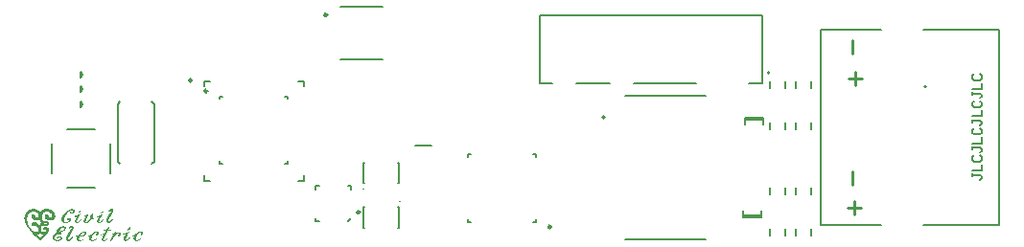
<source format=gto>
G04*
G04 #@! TF.GenerationSoftware,Altium Limited,Altium Designer,18.1.7 (191)*
G04*
G04 Layer_Color=65535*
%FSLAX44Y44*%
%MOMM*%
G71*
G01*
G75*
%ADD10C,0.2000*%
%ADD11C,0.2500*%
%ADD12C,0.1270*%
%ADD13C,0.1500*%
%ADD14C,0.2540*%
G36*
X261438Y320669D02*
X261599Y320605D01*
X261824Y320444D01*
X261857D01*
X261889Y320411D01*
X261986Y320283D01*
X262018Y320218D01*
X262114Y320089D01*
X262082Y320025D01*
X262018Y319896D01*
Y319864D01*
X261986Y319832D01*
X261953Y319767D01*
X261889Y319735D01*
X261857D01*
X261824Y319703D01*
X261663Y319606D01*
X261406Y319478D01*
X261148Y319316D01*
X261116D01*
X261084Y319284D01*
X260923Y319188D01*
X260697Y319059D01*
X260440Y318930D01*
X260182D01*
X260118Y318962D01*
X260053Y319027D01*
X260021Y319091D01*
Y319123D01*
X259989Y319252D01*
X260021Y319478D01*
X260053Y319606D01*
X260118Y319767D01*
Y319799D01*
X260150Y319864D01*
X260279Y320057D01*
X260472Y320283D01*
X260697Y320508D01*
X260730Y320540D01*
X260858Y320605D01*
X261052Y320669D01*
X261245Y320701D01*
X261309D01*
X261438Y320669D01*
D02*
G37*
G36*
X254417Y322151D02*
X254513D01*
X254642Y322118D01*
X254771D01*
X255125Y322086D01*
X255544Y322022D01*
X255576D01*
X255641Y321990D01*
X255866Y321925D01*
X256124Y321764D01*
X256349Y321507D01*
Y321474D01*
X256381Y321442D01*
X256478Y321249D01*
X256543Y320959D01*
Y320798D01*
X256510Y320605D01*
Y320573D01*
X256478Y320476D01*
X256414Y320283D01*
X256317Y320057D01*
X256188Y319799D01*
X255995Y319510D01*
X255770Y319188D01*
X255480Y318833D01*
X255448Y318801D01*
X255319Y318704D01*
X255158Y318543D01*
X254900Y318382D01*
X254578Y318189D01*
X254224Y318060D01*
X253805Y317964D01*
X253354Y317931D01*
X253290D01*
X253064Y317964D01*
X252806Y318028D01*
X252549Y318157D01*
X252484Y318189D01*
X252356Y318318D01*
X252195Y318511D01*
X252001Y318769D01*
X251969Y318801D01*
Y318930D01*
X251937Y319091D01*
X252001Y319284D01*
X252034Y319316D01*
X252098Y319413D01*
X252227Y319542D01*
X252388Y319606D01*
X252420D01*
X252517Y319639D01*
X252871D01*
X252968Y319606D01*
X253032Y319478D01*
X253064Y319413D01*
X253096Y319284D01*
Y319220D01*
X253129Y319091D01*
X253193Y318962D01*
X253322Y318898D01*
X253773D01*
X253837Y318930D01*
X253934Y318962D01*
X254063Y319027D01*
X254224Y319091D01*
X254385Y319220D01*
X254546Y319381D01*
X254707Y319574D01*
X254739Y319606D01*
X254771Y319671D01*
X254836Y319767D01*
X254932Y319928D01*
X255061Y320283D01*
X255093Y320476D01*
Y320669D01*
Y320701D01*
Y320733D01*
X255061Y320862D01*
X254997Y321023D01*
X254868Y321184D01*
X254836Y321217D01*
X254739Y321281D01*
X254578Y321313D01*
X254385Y321345D01*
X254191D01*
X254030Y321313D01*
X253805Y321281D01*
X253773D01*
X253644Y321249D01*
X253451Y321217D01*
X253257Y321152D01*
X253225D01*
X253096Y321088D01*
X252935Y321023D01*
X252710Y320895D01*
X252420Y320766D01*
X252130Y320605D01*
X251550Y320218D01*
X251518Y320186D01*
X251422Y320122D01*
X251261Y319993D01*
X251067Y319832D01*
X250842Y319639D01*
X250616Y319413D01*
X250101Y318898D01*
X250069Y318866D01*
X249972Y318737D01*
X249811Y318576D01*
X249586Y318350D01*
X249360Y318060D01*
X249103Y317738D01*
X248587Y317030D01*
X248555Y316998D01*
X248491Y316869D01*
X248362Y316643D01*
X248201Y316386D01*
X248008Y316096D01*
X247814Y315741D01*
X247396Y314968D01*
Y314936D01*
X247363Y314872D01*
X247299Y314775D01*
X247235Y314614D01*
X247106Y314260D01*
X246977Y313841D01*
Y313809D01*
X246945Y313745D01*
Y313616D01*
X246913Y313487D01*
X246880Y313068D01*
Y312617D01*
Y312585D01*
Y312521D01*
X246913Y312392D01*
X246945Y312231D01*
X247074Y311877D01*
X247267Y311490D01*
X247299Y311458D01*
X247331Y311426D01*
X247525Y311265D01*
X247814Y311071D01*
X248233Y310878D01*
X248265D01*
X248394Y310846D01*
X248555Y310814D01*
X248813Y310781D01*
X249070D01*
X249393Y310814D01*
X249747Y310878D01*
X250133Y311007D01*
X250166Y311039D01*
X250294Y311071D01*
X250488Y311168D01*
X250713Y311297D01*
X250971Y311458D01*
X251228Y311683D01*
X251454Y311909D01*
X251647Y312199D01*
Y312231D01*
X251679Y312295D01*
X251776Y312488D01*
Y312521D01*
X251808Y312585D01*
X251840Y312778D01*
Y312811D01*
Y312843D01*
Y312939D01*
X251808Y313036D01*
Y313068D01*
X251776Y313100D01*
X251712Y313165D01*
X251647Y313197D01*
X251583Y313229D01*
X251518D01*
X251422Y313197D01*
X251389D01*
X251325Y313165D01*
X251261Y313133D01*
X251196Y313068D01*
Y313036D01*
X251132Y313004D01*
X251067Y312811D01*
Y312778D01*
X251035Y312714D01*
X250938Y312521D01*
X250906Y312456D01*
X250842Y312327D01*
X250713Y312166D01*
X250552Y312038D01*
X250520Y312005D01*
X250391Y311973D01*
X250198D01*
X249940Y312005D01*
X249876D01*
X249747Y312070D01*
X249586Y312166D01*
X249457Y312327D01*
X249425Y312360D01*
X249393Y312488D01*
X249360Y312682D01*
Y312972D01*
Y313004D01*
X249393Y313068D01*
Y313165D01*
X249425Y313294D01*
X249554Y313584D01*
X249779Y313841D01*
X249811D01*
X249844Y313906D01*
X250037Y314002D01*
X250294Y314163D01*
X250649Y314324D01*
X250681D01*
X250745Y314356D01*
X250842Y314389D01*
X250971D01*
X251293Y314453D01*
X251744D01*
X251937Y314356D01*
X252227Y314228D01*
X252356Y314099D01*
X252517Y313970D01*
X252549D01*
X252581Y313906D01*
X252742Y313745D01*
X252871Y313487D01*
X252935Y313326D01*
X252968Y313165D01*
Y313133D01*
Y313100D01*
Y313004D01*
Y312875D01*
Y312585D01*
X252871Y312231D01*
Y312199D01*
X252806Y312070D01*
X252742Y311909D01*
X252613Y311716D01*
X252484Y311490D01*
X252323Y311297D01*
X252098Y311071D01*
X251873Y310878D01*
X251840Y310846D01*
X251744Y310814D01*
X251583Y310717D01*
X251389Y310620D01*
X251164Y310492D01*
X250906Y310363D01*
X250294Y310137D01*
X250230Y310105D01*
X250069Y310073D01*
X249811Y310009D01*
X249521Y309976D01*
X249457D01*
X249264Y309944D01*
X249006Y309912D01*
X248716Y309880D01*
X248459D01*
X248298Y309912D01*
X248104Y309944D01*
X247847Y309976D01*
X247299Y310105D01*
X246719Y310298D01*
X246107Y310588D01*
X245560Y310975D01*
X245334Y311200D01*
X245109Y311490D01*
Y311522D01*
X245077Y311555D01*
X245012Y311651D01*
X244980Y311780D01*
X244916Y311941D01*
X244851Y312102D01*
X244755Y312585D01*
X244722Y313165D01*
X244755Y313841D01*
X244819Y314195D01*
X244884Y314614D01*
X245045Y315001D01*
X245206Y315452D01*
Y315484D01*
X245270Y315580D01*
X245334Y315709D01*
X245431Y315870D01*
X245560Y316096D01*
X245689Y316353D01*
X246075Y316965D01*
X246558Y317642D01*
X247106Y318318D01*
X247750Y319027D01*
X248491Y319671D01*
X248523Y319703D01*
X248587Y319735D01*
X248716Y319832D01*
X248877Y319928D01*
X249070Y320089D01*
X249296Y320218D01*
X249586Y320411D01*
X249876Y320605D01*
X250584Y320991D01*
X251422Y321378D01*
X252323Y321764D01*
X253322Y322086D01*
X253354D01*
X253419Y322118D01*
X253515D01*
X253644Y322151D01*
X253998Y322183D01*
X254417Y322151D01*
D02*
G37*
G36*
X280923Y320444D02*
X281149Y320411D01*
X281213Y320379D01*
X281310Y320315D01*
X281439Y320218D01*
X281568Y320057D01*
Y320025D01*
X281600Y319993D01*
Y319799D01*
Y319767D01*
Y319703D01*
X281568Y319639D01*
X281535Y319606D01*
X281503D01*
X281471Y319542D01*
X281278Y319413D01*
X281020Y319252D01*
X280698Y319027D01*
X280666D01*
X280634Y318994D01*
X280537Y318930D01*
X280408Y318898D01*
X280086Y318769D01*
X279699Y318640D01*
Y318672D01*
Y318737D01*
X279667Y318866D01*
Y319027D01*
X279699Y319381D01*
X279764Y319574D01*
X279828Y319767D01*
Y319799D01*
X279861Y319864D01*
X280022Y320057D01*
X280247Y320283D01*
X280408Y320379D01*
X280601Y320444D01*
X280634D01*
X280762Y320476D01*
X280923Y320444D01*
D02*
G37*
G36*
X220921Y322376D02*
X221276Y322312D01*
X221694Y322247D01*
X222145Y322151D01*
X222596Y321990D01*
X223047Y321796D01*
X223111Y321764D01*
X223240Y321700D01*
X223466Y321571D01*
X223756Y321378D01*
X224078Y321152D01*
X224432Y320895D01*
X224818Y320573D01*
X225205Y320186D01*
X225237D01*
X225269Y320122D01*
X225430Y319961D01*
X225463D01*
X225495Y319896D01*
X225624Y319735D01*
X225656D01*
X225720Y319703D01*
X225785Y319671D01*
X225914Y319606D01*
X225946Y319639D01*
X226010Y319735D01*
X226107Y319864D01*
X226236Y319993D01*
X226268Y320025D01*
X226332Y320122D01*
X226461Y320250D01*
X226590Y320379D01*
X226622Y320411D01*
X226751Y320540D01*
X226944Y320701D01*
X227170Y320895D01*
X227492Y321152D01*
X227814Y321378D01*
X228200Y321603D01*
X228619Y321796D01*
X228683Y321829D01*
X228812Y321861D01*
X229038Y321957D01*
X229360Y322054D01*
X229714Y322151D01*
X230100Y322247D01*
X230551Y322312D01*
X231035Y322344D01*
X232001D01*
X232452Y322312D01*
X232967Y322280D01*
X233482Y322183D01*
X234030Y322054D01*
X234062D01*
X234094Y322022D01*
X234287Y321990D01*
X234545Y321861D01*
X234899Y321732D01*
X235318Y321507D01*
X235769Y321281D01*
X236220Y320959D01*
X236671Y320605D01*
X236703Y320573D01*
X236832Y320476D01*
X236993Y320315D01*
X237186Y320089D01*
X237444Y319864D01*
X237701Y319574D01*
X238185Y318898D01*
X238217Y318866D01*
X238281Y318737D01*
X238410Y318543D01*
X238539Y318286D01*
X238668Y317996D01*
X238829Y317642D01*
X238957Y317255D01*
X239086Y316836D01*
Y316804D01*
X239118Y316772D01*
Y316675D01*
X239151Y316579D01*
X239183Y316257D01*
X239215Y315870D01*
X239183Y315387D01*
X239086Y314872D01*
X238925Y314356D01*
X238668Y313809D01*
X238635Y313745D01*
X238507Y313584D01*
X238281Y313358D01*
X237991Y313068D01*
X237637Y312778D01*
X237186Y312521D01*
X236671Y312263D01*
X236059Y312102D01*
X235994D01*
X235898Y312070D01*
X235801D01*
X235479Y312038D01*
X235093Y312005D01*
X234610D01*
X234126Y312038D01*
X233579Y312102D01*
X233064Y312231D01*
X232999Y312263D01*
X232838Y312327D01*
X232580Y312456D01*
X232226Y312617D01*
X231840Y312843D01*
X231421Y313133D01*
X231002Y313519D01*
X230584Y313938D01*
Y313970D01*
X230519Y314002D01*
X230358Y314228D01*
X230197Y314518D01*
X230036Y314872D01*
Y314904D01*
X230004Y314968D01*
X229972Y315065D01*
X229939Y315194D01*
X229907Y315516D01*
Y315903D01*
Y315935D01*
X229939Y315999D01*
Y316128D01*
X229972Y316257D01*
X230100Y316579D01*
X230294Y316901D01*
Y316933D01*
X230358Y316965D01*
X230519Y317126D01*
X230809Y317320D01*
X231163Y317481D01*
X231196D01*
X231260Y317513D01*
X231357D01*
X231485Y317545D01*
X231775D01*
X232065Y317481D01*
X232097D01*
X232129Y317448D01*
X232323Y317352D01*
X232548Y317159D01*
X232806Y316901D01*
X232838Y316869D01*
X232935Y316740D01*
X233031Y316579D01*
X233160Y316386D01*
X233192Y316353D01*
X233289Y316224D01*
X233386Y316031D01*
X233514Y315838D01*
X233547Y315806D01*
X233579Y315741D01*
X233772Y315516D01*
X234094Y315258D01*
X234287Y315162D01*
X234481Y315065D01*
X234513D01*
X234577Y315033D01*
X234706D01*
X234835Y315001D01*
X235221Y315033D01*
X235415Y315097D01*
X235640Y315194D01*
X235672D01*
X235737Y315258D01*
X235930Y315419D01*
X236155Y315677D01*
X236284Y315870D01*
X236349Y316063D01*
Y316096D01*
X236381Y316160D01*
Y316289D01*
X236413Y316450D01*
X236381Y316869D01*
X236349Y317094D01*
X236252Y317320D01*
Y317352D01*
X236220Y317384D01*
X236123Y317609D01*
X235930Y317899D01*
X235672Y318254D01*
X235286Y318640D01*
X234835Y319027D01*
X234287Y319413D01*
X233611Y319703D01*
X233579D01*
X233514Y319735D01*
X233418Y319767D01*
X233289Y319799D01*
X232935Y319896D01*
X232452Y319993D01*
X231904Y320025D01*
X231324Y319993D01*
X230680Y319896D01*
X230390Y319799D01*
X230068Y319671D01*
X230036D01*
X229939Y319606D01*
X229778Y319510D01*
X229585Y319413D01*
X229392Y319252D01*
X229166Y319059D01*
X228941Y318866D01*
X228748Y318608D01*
X228715Y318576D01*
X228651Y318479D01*
X228587Y318350D01*
X228458Y318157D01*
X228329Y317931D01*
X228232Y317674D01*
X228007Y317094D01*
Y317030D01*
X227975Y316901D01*
X227910Y316643D01*
X227878Y316321D01*
X227814Y315967D01*
X227749Y315548D01*
X227717Y314646D01*
Y314582D01*
Y314421D01*
X227749Y314195D01*
X227782Y313873D01*
X227814Y313487D01*
X227878Y313068D01*
X227975Y312617D01*
X228104Y312166D01*
Y312134D01*
X228136Y312070D01*
X228232Y311844D01*
X228361Y311619D01*
X228426Y311522D01*
X228490Y311458D01*
X228877D01*
X229070Y311490D01*
X229263Y311522D01*
X229295D01*
X229424Y311555D01*
X229585Y311587D01*
X229811Y311619D01*
X230068D01*
X230358Y311651D01*
X231002Y311619D01*
X231035D01*
X231131Y311587D01*
X231324Y311555D01*
X231518Y311522D01*
X231775Y311458D01*
X232065Y311361D01*
X232645Y311136D01*
X232677D01*
X232709Y311104D01*
X232741D01*
X232806Y311071D01*
X232838D01*
X232870Y311007D01*
X233096Y310878D01*
X233353Y310653D01*
X233643Y310395D01*
X233675Y310363D01*
X233708Y310331D01*
X233772Y310234D01*
X233836Y310137D01*
X233933Y309815D01*
X233997Y309622D01*
Y309397D01*
Y309364D01*
Y309300D01*
X233965Y309171D01*
Y309042D01*
X233836Y308688D01*
X233740Y308527D01*
X233611Y308366D01*
X233579D01*
X233547Y308302D01*
X233353Y308141D01*
X233031Y307947D01*
X232677Y307754D01*
X232645Y307722D01*
X232484Y307690D01*
X232290Y307625D01*
X232001Y307529D01*
X231679Y307464D01*
X231292Y307400D01*
X230906Y307335D01*
X230487D01*
X230326Y307368D01*
X230133Y307400D01*
X229843Y307432D01*
X229521Y307529D01*
X229166Y307657D01*
X228812Y307851D01*
X228426Y308076D01*
X228393Y308108D01*
X228265Y308173D01*
X228104Y308269D01*
X227943D01*
X227846Y308205D01*
X227717Y308108D01*
X227588Y307947D01*
X227556Y307915D01*
X227492Y307786D01*
X227363Y307593D01*
X227234Y307368D01*
X227073Y307078D01*
X226912Y306756D01*
X226783Y306401D01*
X226654Y306015D01*
Y305983D01*
X226622Y305822D01*
X226558Y305628D01*
X226525Y305371D01*
X226493Y305016D01*
Y304662D01*
Y304244D01*
X226525Y303825D01*
Y303793D01*
X226558Y303696D01*
X226590Y303567D01*
X226654Y303374D01*
X226751Y303148D01*
X226880Y302955D01*
X227009Y302730D01*
X227202Y302504D01*
X227234Y302472D01*
X227298Y302408D01*
X227427Y302311D01*
X227588Y302214D01*
X227782Y302118D01*
X228007Y301989D01*
X228232Y301924D01*
X228522Y301860D01*
X228780D01*
X228973Y301892D01*
X229199Y301924D01*
X229456Y301989D01*
X229746Y302086D01*
X230036Y302247D01*
X230068Y302279D01*
X230165Y302343D01*
X230294Y302440D01*
X230487Y302569D01*
X230841Y302923D01*
X230970Y303116D01*
X231099Y303342D01*
Y303374D01*
X231131Y303406D01*
Y303567D01*
Y303760D01*
X231067Y303986D01*
X231035Y304018D01*
X230938Y304115D01*
X230745Y304211D01*
X230487Y304244D01*
X230455D01*
X230358Y304211D01*
X230197Y304179D01*
X230036Y304147D01*
X230004D01*
X229907Y304115D01*
X229778Y304082D01*
X229617Y304050D01*
X229585D01*
X229456Y304018D01*
X229263Y303986D01*
X229038D01*
X228909Y304018D01*
X228780Y304082D01*
X228619Y304244D01*
X228587Y304276D01*
X228522Y304405D01*
X228458Y304598D01*
X228426Y304791D01*
Y304855D01*
X228458Y304984D01*
X228490Y305145D01*
X228554Y305371D01*
Y305403D01*
X228587Y305435D01*
X228683Y305596D01*
X228844Y305822D01*
X229070Y305983D01*
X229102D01*
X229134Y306015D01*
X229295Y306079D01*
X229521Y306176D01*
X229811Y306240D01*
X229843D01*
X229972Y306273D01*
X230390D01*
X230648Y306305D01*
X230970Y306273D01*
X231614Y306208D01*
X231646D01*
X231743Y306176D01*
X231904Y306112D01*
X232129Y306047D01*
X232355Y305950D01*
X232645Y305822D01*
X232903Y305661D01*
X233192Y305435D01*
X233225Y305403D01*
X233289Y305338D01*
X233418Y305242D01*
X233547Y305113D01*
X233804Y304759D01*
X233901Y304533D01*
X233965Y304308D01*
Y304276D01*
X233997Y304211D01*
Y304082D01*
Y303921D01*
X233965Y303728D01*
X233901Y303503D01*
X233804Y303277D01*
X233643Y303020D01*
X233611Y302987D01*
X233579Y302891D01*
X233482Y302762D01*
X233386Y302601D01*
X233064Y302182D01*
X232709Y301699D01*
X232677Y301667D01*
X232613Y301602D01*
X232516Y301474D01*
X232387Y301313D01*
X232065Y300926D01*
X231711Y300475D01*
Y300443D01*
X231646Y300411D01*
X231485Y300218D01*
X231228Y299928D01*
X230906Y299541D01*
X230487Y299090D01*
X230036Y298607D01*
X229553Y298092D01*
X229038Y297544D01*
X228973Y297480D01*
X228812Y297287D01*
X228522Y297029D01*
X228168Y296675D01*
X227749Y296256D01*
X227266Y295805D01*
X226719Y295322D01*
X226171Y294839D01*
X226139Y294807D01*
X226042Y294710D01*
X225978Y294678D01*
X225849Y294613D01*
X225817Y294646D01*
X225753Y294678D01*
X225656Y294774D01*
X225527Y294871D01*
X225205Y295129D01*
X224818Y295419D01*
X224786Y295451D01*
X224722Y295483D01*
X224625Y295580D01*
X224496Y295676D01*
X224207Y295966D01*
X223852Y296288D01*
X223820Y296320D01*
X223756Y296385D01*
X223627Y296514D01*
X223466Y296675D01*
X223272Y296868D01*
X223015Y297094D01*
X222757Y297351D01*
X222467Y297641D01*
X221791Y298317D01*
X221050Y299090D01*
X220277Y299895D01*
X219504Y300733D01*
X219472Y300765D01*
X219408Y300830D01*
X219311Y300958D01*
X219150Y301119D01*
X218957Y301345D01*
X218731Y301602D01*
X218506Y301860D01*
X218216Y302182D01*
X217604Y302891D01*
X216960Y303696D01*
X216251Y304598D01*
X215543Y305499D01*
X215511Y305564D01*
X215382Y305725D01*
X215221Y305950D01*
X214963Y306273D01*
X214705Y306659D01*
X214415Y307078D01*
X213804Y307980D01*
X213771Y308044D01*
X213675Y308205D01*
X213514Y308463D01*
X213353Y308817D01*
X213127Y309236D01*
X212934Y309687D01*
X212709Y310202D01*
X212515Y310749D01*
Y310781D01*
X212483Y310814D01*
X212451Y310910D01*
X212419Y311039D01*
X212354Y311394D01*
X212258Y311812D01*
X212129Y312327D01*
X212064Y312907D01*
X212000Y313519D01*
X211968Y314131D01*
Y314163D01*
Y314260D01*
Y314421D01*
X212000Y314614D01*
Y314872D01*
X212032Y315130D01*
X212097Y315677D01*
Y315709D01*
X212129Y315774D01*
X212161Y315903D01*
X212193Y316063D01*
X212258Y316289D01*
X212322Y316514D01*
X212547Y317094D01*
X212837Y317771D01*
X213256Y318511D01*
X213514Y318898D01*
X213771Y319284D01*
X214093Y319671D01*
X214448Y320057D01*
X214512Y320122D01*
X214673Y320283D01*
X214899Y320508D01*
X215253Y320766D01*
X215639Y321056D01*
X216122Y321378D01*
X216606Y321635D01*
X217153Y321861D01*
X217185D01*
X217218Y321893D01*
X217411Y321957D01*
X217733Y322022D01*
X218119Y322151D01*
X218603Y322247D01*
X219150Y322312D01*
X219762Y322376D01*
X220406Y322408D01*
X220664D01*
X220921Y322376D01*
D02*
G37*
G36*
X268459Y318125D02*
X268556Y318060D01*
X268588D01*
X268620Y317996D01*
X268652Y317899D01*
X268685Y317771D01*
Y317738D01*
Y317674D01*
Y317448D01*
Y317416D01*
X268620Y317320D01*
X268556Y317126D01*
X268459Y316933D01*
X268363Y316675D01*
X268234Y316386D01*
X267944Y315774D01*
X267912Y315741D01*
X267880Y315645D01*
X267815Y315484D01*
X267719Y315258D01*
X267590Y315033D01*
X267461Y314743D01*
X267171Y314131D01*
Y314099D01*
X267139Y314034D01*
X267074Y313938D01*
X267010Y313777D01*
X266849Y313423D01*
X266688Y313004D01*
Y312972D01*
X266656Y312907D01*
X266591Y312811D01*
X266559Y312649D01*
X266398Y312327D01*
X266237Y311909D01*
Y311877D01*
X266205Y311812D01*
X266173Y311587D01*
Y311555D01*
Y311490D01*
X266140Y311329D01*
Y311265D01*
Y311136D01*
X266205Y310975D01*
X266334Y310846D01*
X266366Y310814D01*
X266462Y310781D01*
X266623Y310749D01*
X266817Y310781D01*
X266849Y310814D01*
X266881D01*
X266913Y310846D01*
X266945Y310878D01*
X267074Y310943D01*
X267235Y311071D01*
X267429Y311232D01*
X267686Y311394D01*
X267976Y311619D01*
X268588Y312070D01*
X268620Y312102D01*
X268717Y312199D01*
X268878Y312327D01*
X269071Y312488D01*
X269297Y312714D01*
X269554Y312972D01*
X270037Y313551D01*
X270070Y313584D01*
X270134Y313712D01*
X270198Y313873D01*
X270231Y314034D01*
Y314067D01*
Y314195D01*
X270198Y314389D01*
X270166Y314582D01*
Y314614D01*
X270134Y314743D01*
X270102Y314904D01*
X270070Y315130D01*
Y315387D01*
Y315677D01*
Y315967D01*
X270134Y316257D01*
Y316289D01*
X270166Y316386D01*
X270231Y316547D01*
X270327Y316740D01*
X270456Y316965D01*
X270649Y317191D01*
X270875Y317448D01*
X271132Y317674D01*
X271165Y317706D01*
X271294Y317803D01*
X271455Y317899D01*
X271648Y317996D01*
X271712Y318028D01*
X271841Y318060D01*
X272034D01*
X272260Y317996D01*
X272292D01*
X272324Y317964D01*
X272453Y317867D01*
X272614Y317706D01*
X272743Y317513D01*
Y317448D01*
X272775Y317320D01*
X272807Y317094D01*
Y316836D01*
Y316772D01*
Y316611D01*
X272775Y316386D01*
X272743Y316128D01*
Y316063D01*
X272711Y315903D01*
X272646Y315709D01*
X272582Y315452D01*
Y315387D01*
X272517Y315226D01*
X272453Y315033D01*
X272356Y314775D01*
X272324Y314711D01*
X272292Y314550D01*
X272195Y314324D01*
X272099Y314067D01*
X272131D01*
X272163Y314002D01*
X272356Y313906D01*
X272614Y313841D01*
X272775D01*
X272936Y313873D01*
X272968D01*
X273000Y313906D01*
X273194Y313938D01*
X273484D01*
X273806Y313873D01*
X273773Y313841D01*
X273741Y313777D01*
X273548Y313584D01*
X273290Y313358D01*
X272936Y313133D01*
X272904D01*
X272839Y313100D01*
X272743Y313068D01*
X272614Y313036D01*
X272292Y313004D01*
X272099D01*
X271873Y313036D01*
X271809D01*
X271680Y313068D01*
X271487Y313036D01*
X271294Y313004D01*
X271261Y312972D01*
X271165Y312939D01*
X271036Y312843D01*
X270875Y312682D01*
Y312649D01*
X270810Y312617D01*
X270649Y312424D01*
X270424Y312166D01*
X270166Y311877D01*
X270134Y311844D01*
X270102Y311812D01*
X269941Y311619D01*
X269683Y311394D01*
X269393Y311168D01*
X269361Y311136D01*
X269264Y311039D01*
X269071Y310910D01*
X268878Y310749D01*
X268588Y310588D01*
X268298Y310427D01*
X267944Y310266D01*
X267590Y310137D01*
X267557D01*
X267429Y310105D01*
X267235Y310041D01*
X266978Y310009D01*
X266656Y309976D01*
X266301D01*
X265915Y310009D01*
X265496Y310073D01*
X265464D01*
X265399Y310105D01*
X265174Y310170D01*
X264916Y310298D01*
X264820Y310395D01*
X264723Y310492D01*
X264691Y310556D01*
X264594Y310717D01*
X264498Y311007D01*
X264433Y311394D01*
Y311426D01*
Y311458D01*
X264401Y311683D01*
X264433Y311973D01*
X264466Y312295D01*
Y312327D01*
X264498Y312360D01*
X264562Y312585D01*
X264659Y312843D01*
X264788Y313165D01*
Y313197D01*
X264820Y313262D01*
X264884Y313390D01*
X264949Y313519D01*
X265142Y313873D01*
X265335Y314292D01*
Y314324D01*
X265367Y314389D01*
X265432Y314485D01*
X265496Y314646D01*
X265689Y315001D01*
X265883Y315419D01*
X265915Y315452D01*
X265947Y315516D01*
X266044Y315709D01*
X266076Y315741D01*
X266108Y315806D01*
X266173Y315935D01*
X266237Y316096D01*
X266044D01*
X265850Y316063D01*
X265625D01*
X265496Y316031D01*
X265335D01*
X265174Y315999D01*
Y316031D01*
Y316063D01*
Y316160D01*
Y316192D01*
Y316224D01*
X265206Y316257D01*
X265303Y316321D01*
X265432Y316418D01*
X265593Y316514D01*
X266044Y316836D01*
X266527Y317159D01*
X266559Y317191D01*
X266656Y317255D01*
X266784Y317352D01*
X266978Y317448D01*
X267396Y317771D01*
X267912Y318093D01*
X267944D01*
X268008Y318125D01*
X268105Y318157D01*
X268363D01*
X268459Y318125D01*
D02*
G37*
G36*
X261567Y318254D02*
X261535Y318157D01*
X261470Y317996D01*
X261374Y317803D01*
X261116Y317352D01*
X260858Y316836D01*
Y316804D01*
X260794Y316708D01*
X260762Y316579D01*
X260665Y316418D01*
X260472Y315967D01*
X260214Y315484D01*
Y315452D01*
X260150Y315387D01*
X260118Y315258D01*
X260021Y315130D01*
X259828Y314743D01*
X259602Y314324D01*
Y314292D01*
X259538Y314228D01*
X259473Y314099D01*
X259409Y313970D01*
X259184Y313584D01*
X258958Y313133D01*
X258926Y313100D01*
X258894Y313004D01*
X258797Y312843D01*
X258733Y312649D01*
X258700Y312617D01*
X258668Y312521D01*
X258572Y312360D01*
X258507Y312166D01*
Y312134D01*
X258475Y312102D01*
X258411Y311909D01*
X258346Y311651D01*
X258314Y311394D01*
Y311361D01*
X258346Y311232D01*
X258411Y311071D01*
X258539Y310943D01*
X258572D01*
X258604Y310910D01*
X258765Y310878D01*
X258958Y310846D01*
X259087Y310878D01*
X259184Y310910D01*
X259216Y310943D01*
X259345Y311007D01*
X259506Y311104D01*
X259699Y311232D01*
X259731D01*
X259763Y311297D01*
X259956Y311458D01*
X260214Y311683D01*
X260536Y311941D01*
X260569Y311973D01*
X260601Y312005D01*
X260794Y312166D01*
X261052Y312424D01*
X261341Y312682D01*
X261374Y312714D01*
X261438Y312778D01*
X261663Y312972D01*
X261696Y313004D01*
X261760Y313068D01*
X261986Y313262D01*
X262018Y313229D01*
X262114Y313133D01*
X262179Y313004D01*
X262211Y312875D01*
Y312843D01*
X262179Y312778D01*
X262082Y312585D01*
X262050Y312553D01*
X261986Y312456D01*
X261889Y312295D01*
X261728Y312134D01*
X261341Y311683D01*
X260858Y311200D01*
X260826Y311168D01*
X260762Y311104D01*
X260633Y310975D01*
X260440Y310846D01*
X260214Y310685D01*
X259989Y310524D01*
X259699Y310331D01*
X259377Y310170D01*
X259345D01*
X259312Y310137D01*
X259216Y310105D01*
X259087Y310073D01*
X258797Y310009D01*
X258443Y309976D01*
X258249D01*
X258121Y310009D01*
X257831Y310073D01*
X257477Y310170D01*
X257444D01*
X257412Y310202D01*
X257219Y310331D01*
X256994Y310524D01*
X256768Y310814D01*
Y310846D01*
X256736Y310910D01*
X256704Y311007D01*
X256671Y311136D01*
X256639Y311458D01*
Y311877D01*
Y311909D01*
Y311941D01*
X256704Y312134D01*
X256768Y312392D01*
X256865Y312682D01*
Y312714D01*
X256897Y312746D01*
X256961Y312939D01*
X257058Y313197D01*
X257155Y313487D01*
Y313519D01*
X257187Y313551D01*
X257283Y313745D01*
X257412Y314002D01*
X257573Y314324D01*
Y314356D01*
X257605Y314389D01*
X257734Y314582D01*
X257863Y314872D01*
X258056Y315226D01*
X257283D01*
X257155Y315258D01*
X257122D01*
X257026Y315291D01*
X256897Y315323D01*
X256736Y315387D01*
X256704Y315419D01*
X256607Y315452D01*
X256381Y315580D01*
X256349Y315613D01*
X256285Y315709D01*
X256220Y315870D01*
X256253Y316031D01*
Y316063D01*
X256317Y316160D01*
X256446Y316257D01*
X256607Y316289D01*
X256800D01*
X256994Y316321D01*
X257283Y316353D01*
X257573Y316386D01*
X257927Y316482D01*
X258249Y316579D01*
X258604Y316740D01*
X258636Y316772D01*
X258765Y316804D01*
X258958Y316901D01*
X259184Y317030D01*
X259473Y317159D01*
X259763Y317320D01*
X260440Y317674D01*
X260472Y317706D01*
X260601Y317771D01*
X260762Y317867D01*
X260955Y317964D01*
X260987Y317996D01*
X261148Y318060D01*
X261341Y318157D01*
X261599Y318286D01*
X261567Y318254D01*
D02*
G37*
G36*
X289555Y322634D02*
X289748Y322569D01*
X289780D01*
X289845Y322537D01*
X290070Y322473D01*
X290328Y322312D01*
X290553Y322086D01*
X290586Y322022D01*
X290682Y321861D01*
X290747Y321571D01*
Y321410D01*
X290714Y321217D01*
Y321184D01*
Y321152D01*
X290650Y320927D01*
X290586Y320637D01*
X290457Y320315D01*
Y320283D01*
X290424Y320250D01*
X290360Y320057D01*
X290231Y319799D01*
X290070Y319510D01*
X290038Y319445D01*
X289941Y319252D01*
X289780Y318962D01*
X289555Y318576D01*
X289297Y318125D01*
X289040Y317642D01*
X288718Y317094D01*
X288396Y316547D01*
X288363Y316482D01*
X288235Y316289D01*
X288073Y315999D01*
X287848Y315645D01*
X287590Y315194D01*
X287300Y314711D01*
X287011Y314163D01*
X286688Y313616D01*
X286656Y313551D01*
X286592Y313423D01*
X286463Y313197D01*
X286366Y312907D01*
Y312875D01*
X286334Y312843D01*
X286302Y312682D01*
X286238Y312424D01*
X286173Y312134D01*
Y312102D01*
Y312038D01*
X286141Y311844D01*
X286173Y311587D01*
X286238Y311490D01*
X286334Y311394D01*
X286399Y311361D01*
X286528Y311329D01*
X286785Y311297D01*
X286914Y311329D01*
X287107Y311361D01*
X287139D01*
X287204Y311394D01*
X287300Y311426D01*
X287397Y311490D01*
X287687Y311619D01*
X287977Y311844D01*
X288009Y311877D01*
X288041Y311909D01*
X288202Y312070D01*
X288460Y312295D01*
X288718Y312585D01*
X288750Y312617D01*
X288846Y312746D01*
X288975Y312907D01*
X289136Y313068D01*
X289168Y313100D01*
X289265Y313197D01*
X289394Y313326D01*
X289587Y313455D01*
X289619D01*
X289684Y313487D01*
X289780Y313519D01*
X290070D01*
X290199Y313487D01*
X290264Y313423D01*
X290296Y313390D01*
X290328Y313358D01*
X290360Y313229D01*
Y313068D01*
Y313036D01*
Y312939D01*
X290328Y312811D01*
X290264Y312714D01*
X290231Y312682D01*
X290135Y312585D01*
X290006Y312424D01*
X289845Y312231D01*
X289619Y312005D01*
X289394Y311780D01*
X288879Y311265D01*
X288846Y311232D01*
X288750Y311136D01*
X288589Y311007D01*
X288396Y310846D01*
X288138Y310685D01*
X287848Y310492D01*
X287526Y310298D01*
X287172Y310105D01*
X287139Y310073D01*
X287011Y310041D01*
X286817Y309976D01*
X286560Y309944D01*
X286270Y309912D01*
X285980Y309944D01*
X285658Y310009D01*
X285336Y310170D01*
X285304Y310202D01*
X285207Y310266D01*
X285078Y310395D01*
X284949Y310556D01*
X284788Y310781D01*
X284627Y311039D01*
X284498Y311329D01*
X284434Y311651D01*
Y311683D01*
Y311748D01*
X284402Y311909D01*
Y311941D01*
Y312005D01*
Y312134D01*
X284370Y312263D01*
Y312295D01*
X284402Y312392D01*
Y312553D01*
X284434Y312746D01*
X284498Y313004D01*
X284563Y313262D01*
X284692Y313841D01*
Y313873D01*
X284724Y313970D01*
X284788Y314131D01*
X284853Y314324D01*
X284949Y314550D01*
X285046Y314807D01*
X285271Y315355D01*
X285304Y315387D01*
X285336Y315484D01*
X285432Y315645D01*
X285561Y315838D01*
X285722Y316063D01*
X285883Y316321D01*
X286238Y316869D01*
X286270Y316901D01*
X286334Y316998D01*
X286431Y317159D01*
X286560Y317352D01*
X286721Y317577D01*
X286882Y317835D01*
X287268Y318382D01*
Y318415D01*
X287333Y318447D01*
X287461Y318640D01*
X287655Y318898D01*
X287880Y319155D01*
Y319188D01*
X287945Y319220D01*
X288073Y319381D01*
X288267Y319639D01*
X288492Y319896D01*
X288524Y319928D01*
X288556Y319993D01*
X288685Y320154D01*
Y320186D01*
X288718Y320250D01*
X288814Y320444D01*
Y320476D01*
X288846Y320605D01*
X288814Y320733D01*
X288750Y320895D01*
X288718Y320927D01*
X288653Y320959D01*
X288524Y320991D01*
X288331Y320959D01*
X288299Y320927D01*
X288170Y320895D01*
X288009Y320798D01*
X287848Y320701D01*
X287816Y320669D01*
X287687Y320605D01*
X287526Y320508D01*
X287365Y320379D01*
X287333Y320347D01*
X287236Y320283D01*
X287107Y320154D01*
X286946Y319993D01*
X286914Y319961D01*
X286817Y319928D01*
X286592D01*
X286495Y319993D01*
X286463Y320025D01*
X286366Y320154D01*
X286302Y320315D01*
Y320508D01*
Y320573D01*
X286366Y320701D01*
X286399Y320862D01*
X286495Y321088D01*
X286528Y321120D01*
X286592Y321217D01*
X286688Y321378D01*
X286817Y321539D01*
X287011Y321764D01*
X287268Y321957D01*
X287558Y322151D01*
X287912Y322344D01*
X287945D01*
X288041Y322408D01*
X288170Y322440D01*
X288331Y322505D01*
X288750Y322602D01*
X289201Y322666D01*
X289362D01*
X289555Y322634D01*
D02*
G37*
G36*
X281117Y318028D02*
X281084Y317931D01*
X281020Y317771D01*
X280923Y317577D01*
X280795Y317352D01*
X280666Y317126D01*
X280408Y316579D01*
Y316547D01*
X280344Y316450D01*
X280279Y316321D01*
X280183Y316160D01*
X279957Y315709D01*
X279699Y315226D01*
Y315194D01*
X279635Y315130D01*
X279603Y315001D01*
X279506Y314872D01*
X279313Y314485D01*
X279088Y314067D01*
Y314034D01*
X279023Y313970D01*
X278959Y313841D01*
X278894Y313712D01*
X278701Y313326D01*
X278476Y312907D01*
X278444Y312875D01*
X278411Y312778D01*
X278315Y312617D01*
X278250Y312424D01*
X278218Y312392D01*
X278186Y312295D01*
X278089Y312134D01*
X278025Y311941D01*
Y311909D01*
X277993Y311877D01*
X277928Y311683D01*
X277864Y311458D01*
Y311200D01*
Y311136D01*
X277896Y311039D01*
X277960Y310878D01*
X278089Y310749D01*
X278121D01*
X278154Y310717D01*
X278315Y310653D01*
X278508Y310620D01*
X278605Y310653D01*
X278701Y310685D01*
X278766Y310717D01*
X278862Y310781D01*
X279055Y310878D01*
X279216Y311007D01*
X279249Y311039D01*
X279281Y311071D01*
X279506Y311232D01*
X279764Y311490D01*
X280086Y311748D01*
X280118Y311780D01*
X280150Y311812D01*
X280344Y312005D01*
X280634Y312263D01*
X280956Y312553D01*
X280988Y312585D01*
X281052Y312649D01*
X281245Y312811D01*
X281278Y312843D01*
X281342Y312875D01*
X281568Y313068D01*
X281600Y313004D01*
X281664Y312875D01*
X281696Y312714D01*
Y312553D01*
Y312521D01*
X281664Y312456D01*
X281503Y312231D01*
X281471Y312199D01*
X281406Y312102D01*
X281310Y311973D01*
X281181Y311812D01*
X280859Y311426D01*
X280440Y311007D01*
X280408Y310975D01*
X280344Y310910D01*
X280215Y310814D01*
X280054Y310685D01*
X279828Y310524D01*
X279603Y310363D01*
X279088Y310041D01*
X279055D01*
X278959Y309976D01*
X278830Y309944D01*
X278701Y309880D01*
X278669D01*
X278572Y309848D01*
X278444Y309815D01*
X278315Y309783D01*
X277670D01*
X277381Y309848D01*
X277091Y309944D01*
X276833Y310073D01*
X276575Y310298D01*
X276543Y310331D01*
X276479Y310427D01*
X276382Y310556D01*
X276286Y310781D01*
X276221Y311039D01*
X276157Y311329D01*
X276189Y311683D01*
X276253Y312070D01*
Y312102D01*
X276286Y312134D01*
X276350Y312360D01*
X276447Y312649D01*
X276608Y312972D01*
Y313004D01*
X276640Y313036D01*
X276737Y313262D01*
X276865Y313551D01*
X277026Y313873D01*
X277059Y313906D01*
X277091Y314034D01*
X277187Y314228D01*
X277284Y314421D01*
X277316Y314485D01*
X277381Y314614D01*
X277477Y314807D01*
X277574Y315065D01*
X277187D01*
X276994Y315033D01*
X276672D01*
X276511Y315065D01*
X276479D01*
X276382Y315130D01*
X276157Y315258D01*
X276124Y315291D01*
X276060Y315355D01*
X275835Y315548D01*
Y315580D01*
X275802Y315645D01*
X275770Y315741D01*
X275802Y315870D01*
Y315903D01*
X275867Y315967D01*
X275963Y316031D01*
X276124Y316063D01*
X276350D01*
X276575Y316096D01*
X276898Y316128D01*
X277284Y316224D01*
X277670Y316321D01*
X278089Y316482D01*
X278508Y316675D01*
X278572Y316708D01*
X278701Y316772D01*
X278894Y316901D01*
X279184Y317062D01*
X279506Y317255D01*
X279893Y317448D01*
X280698Y317867D01*
X280730D01*
X280762Y317899D01*
X280891Y317931D01*
X280956Y317964D01*
X281020Y318028D01*
X281149Y318060D01*
X281117Y318028D01*
D02*
G37*
G36*
X286495Y306208D02*
X286592Y306176D01*
X286688Y306112D01*
X286721Y306079D01*
X286817Y305950D01*
X286882Y305725D01*
Y305435D01*
Y305403D01*
X286849Y305338D01*
X286785Y305145D01*
Y305113D01*
X286753Y305049D01*
X286656Y304855D01*
Y304823D01*
X286624Y304791D01*
X286560Y304598D01*
Y304566D01*
X286528Y304501D01*
X286463Y304405D01*
X286399Y304244D01*
X286463D01*
X286624Y304211D01*
X286849D01*
X287075Y304179D01*
X287139D01*
X287268Y304147D01*
X287461D01*
X287687Y304115D01*
X287719D01*
X287816Y304082D01*
X287945Y304050D01*
X288106Y304018D01*
X288138Y303986D01*
X288202Y303921D01*
X288299Y303825D01*
X288331Y303631D01*
Y303567D01*
X288299Y303470D01*
X288235Y303309D01*
X288106Y303213D01*
X288073D01*
X287977Y303181D01*
X287848Y303148D01*
X287655Y303116D01*
X287268D01*
X287043Y303084D01*
X286688D01*
X286463Y303116D01*
X286238D01*
X286044Y303084D01*
X285819Y302987D01*
X285787Y302955D01*
X285690Y302859D01*
X285561Y302698D01*
X285432Y302472D01*
Y302440D01*
X285368Y302375D01*
X285336Y302247D01*
X285239Y302086D01*
X285046Y301667D01*
X284788Y301184D01*
Y301152D01*
X284724Y301087D01*
X284660Y300958D01*
X284595Y300797D01*
X284370Y300411D01*
X284112Y299928D01*
X284080Y299895D01*
X284048Y299799D01*
X283951Y299638D01*
X283854Y299412D01*
X283725Y299187D01*
X283597Y298897D01*
X283274Y298317D01*
X283242Y298285D01*
X283210Y298188D01*
X283113Y298027D01*
X283017Y297802D01*
X282888Y297577D01*
X282759Y297287D01*
X282469Y296675D01*
X282437Y296610D01*
X282373Y296481D01*
X282308Y296320D01*
X282212Y296095D01*
X282180Y296031D01*
X282147Y295902D01*
X282083Y295741D01*
X282051Y295515D01*
Y295483D01*
Y295451D01*
Y295258D01*
X282115Y295064D01*
X282180Y294968D01*
X282276Y294903D01*
X282341Y294871D01*
X282469Y294839D01*
X282695D01*
X282824Y294871D01*
X282952Y294936D01*
X283017Y294968D01*
X283146Y295032D01*
X283339Y295129D01*
X283532Y295290D01*
X283597Y295322D01*
X283725Y295451D01*
X283887Y295580D01*
X284080Y295773D01*
X284144Y295837D01*
X284273Y295998D01*
X284498Y296224D01*
X284756Y296481D01*
Y296514D01*
X284820Y296546D01*
X284949Y296707D01*
X285143Y296932D01*
X285368Y297190D01*
X285400D01*
X285432Y297158D01*
X285465Y297126D01*
X285529Y297094D01*
Y297061D01*
X285497Y297029D01*
X285465Y296836D01*
Y296804D01*
X285432Y296771D01*
X285368Y296578D01*
Y296546D01*
X285304Y296481D01*
X285239Y296353D01*
X285175Y296192D01*
X284949Y295837D01*
X284660Y295419D01*
X284627Y295387D01*
X284595Y295322D01*
X284498Y295258D01*
X284370Y295129D01*
X284080Y294807D01*
X283693Y294485D01*
X283661D01*
X283629Y294420D01*
X283436Y294324D01*
X283178Y294163D01*
X282856Y294034D01*
X282824D01*
X282791Y294002D01*
X282566Y293969D01*
X282276Y293905D01*
X281954Y293873D01*
X281729D01*
X281632Y293905D01*
X281503D01*
X281213Y294034D01*
X281052Y294098D01*
X280891Y294227D01*
X280859Y294259D01*
X280827Y294291D01*
X280762Y294388D01*
X280666Y294517D01*
X280537Y294839D01*
X280473Y295032D01*
Y295225D01*
Y295258D01*
Y295290D01*
Y295515D01*
X280505Y295805D01*
X280537Y296127D01*
Y296159D01*
Y296192D01*
X280601Y296385D01*
X280666Y296643D01*
X280762Y296965D01*
Y296997D01*
X280795Y297094D01*
X280859Y297222D01*
X280923Y297416D01*
X281084Y297834D01*
X281278Y298349D01*
Y298382D01*
X281342Y298478D01*
X281406Y298607D01*
X281471Y298768D01*
X281568Y298962D01*
X281696Y299219D01*
X281922Y299734D01*
X281890D01*
X281793Y299702D01*
X281664Y299670D01*
X281503Y299638D01*
X281117Y299509D01*
X280666Y299412D01*
X280634D01*
X280569Y299380D01*
X280440Y299348D01*
X280279Y299316D01*
X279893Y299219D01*
X279474Y299123D01*
X279442Y299155D01*
X279410Y299187D01*
Y299219D01*
X279377Y299284D01*
X279410D01*
X279442Y299316D01*
X279635Y299412D01*
X279893Y299541D01*
X280215Y299670D01*
X280247D01*
X280279Y299702D01*
X280505Y299799D01*
X280762Y299928D01*
X281052Y300089D01*
X281084D01*
X281117Y300121D01*
X281310Y300250D01*
X281535Y300443D01*
X281825Y300636D01*
X281857D01*
X281890Y300701D01*
X282083Y300830D01*
X282341Y301023D01*
X282598Y301280D01*
X282663Y301345D01*
X282791Y301506D01*
X282985Y301731D01*
X283210Y302053D01*
Y302086D01*
X283274Y302118D01*
X283403Y302343D01*
X283629Y302633D01*
X283919Y302987D01*
X283854D01*
X283661Y303020D01*
X283081D01*
X282952Y303052D01*
X282791D01*
X282566Y303084D01*
X282534D01*
X282502Y303116D01*
X282308Y303181D01*
X282276D01*
X282244Y303213D01*
X282083Y303309D01*
Y303342D01*
X282115Y303406D01*
X282244Y303631D01*
Y303664D01*
X282308Y303728D01*
X282341Y303825D01*
X282437Y303857D01*
X282502Y303889D01*
X282630Y303921D01*
X282824Y303986D01*
X283049Y304050D01*
X283113D01*
X283242Y304082D01*
X283725D01*
X283887Y304115D01*
X284112Y304147D01*
X284305Y304211D01*
X284337Y304244D01*
X284434Y304340D01*
X284563Y304501D01*
X284724Y304727D01*
X284756Y304791D01*
X284820Y304920D01*
X284917Y305081D01*
X285078Y305306D01*
X285110Y305338D01*
X285175Y305467D01*
X285304Y305628D01*
X285465Y305822D01*
X285497Y305854D01*
X285529Y305886D01*
X285722Y306047D01*
X285755Y306079D01*
X285819Y306112D01*
X285916Y306176D01*
X286044Y306208D01*
X286077D01*
X286109Y306240D01*
X286270D01*
X286495Y306208D01*
D02*
G37*
G36*
X305852Y306691D02*
X305820Y306659D01*
X305755Y306434D01*
X305658Y306144D01*
X305530Y305854D01*
Y305822D01*
X305497Y305789D01*
X305433Y305596D01*
X305304Y305338D01*
X305175Y305049D01*
X305208D01*
X305336Y305016D01*
X305465Y304984D01*
X305626Y304952D01*
X305658D01*
X305755Y304920D01*
X305916Y304888D01*
X306142Y304855D01*
X306109Y304823D01*
X305981Y304759D01*
X305820Y304662D01*
X305594Y304533D01*
X305336Y304372D01*
X305047Y304211D01*
X304435Y303857D01*
X304403Y303825D01*
X304306Y303760D01*
X304113Y303696D01*
X303919Y303567D01*
X303662Y303406D01*
X303404Y303245D01*
X302792Y302923D01*
Y302955D01*
X302760Y302987D01*
X302728D01*
X302696Y303020D01*
X302728Y303052D01*
X302857Y303181D01*
X302985Y303374D01*
X303179Y303599D01*
X303211Y303664D01*
X303340Y303793D01*
X303501Y303986D01*
X303694Y304244D01*
X303662D01*
X303565Y304276D01*
X303436Y304340D01*
X303275Y304372D01*
X303243D01*
X303146Y304405D01*
X303018Y304437D01*
X302824Y304501D01*
X302857Y304533D01*
X302953Y304598D01*
X303114Y304694D01*
X303275Y304855D01*
X303501Y305016D01*
X303758Y305210D01*
X304306Y305596D01*
X304338Y305628D01*
X304435Y305693D01*
X304596Y305789D01*
X304789Y305918D01*
X305014Y306112D01*
X305272Y306305D01*
X305852Y306723D01*
Y306691D01*
D02*
G37*
G36*
X246977Y307078D02*
X247202Y307045D01*
X247460Y306949D01*
X247750Y306852D01*
X248008Y306691D01*
X248265Y306498D01*
X248426Y306240D01*
Y306208D01*
X248459Y306112D01*
X248491Y305950D01*
X248523Y305725D01*
Y305467D01*
X248491Y305145D01*
X248426Y304791D01*
X248265Y304405D01*
Y304372D01*
X248233Y304340D01*
X248137Y304179D01*
X247943Y303921D01*
X247718Y303664D01*
X247653Y303599D01*
X247492Y303470D01*
X247267Y303277D01*
X247009Y303116D01*
X246977Y303084D01*
X246913Y303052D01*
X246784Y302987D01*
X246655Y302891D01*
X246236Y302665D01*
X245785Y302440D01*
X245753D01*
X245689Y302375D01*
X245560Y302343D01*
X245399Y302247D01*
X244980Y302053D01*
X244529Y301828D01*
X244497D01*
X244401Y301796D01*
X244175Y301667D01*
X244143D01*
X244046Y301602D01*
X243885Y301538D01*
X243692Y301441D01*
X243756Y301409D01*
X243853Y301345D01*
X244014Y301280D01*
X244175Y301184D01*
X244207D01*
X244272Y301119D01*
X244497Y300991D01*
X244529D01*
X244562Y300926D01*
X244690Y300797D01*
X244851Y300572D01*
X244884Y300475D01*
Y300346D01*
Y300282D01*
X244787Y300153D01*
X244626Y299992D01*
X244529Y299895D01*
X244368Y299831D01*
X244336D01*
X244272Y299799D01*
X244175Y299767D01*
X244078Y299734D01*
X243756Y299670D01*
X243177D01*
X243048Y299702D01*
X242726Y299767D01*
X242371Y299928D01*
X242339D01*
X242275Y299992D01*
X242146Y300024D01*
X241985Y300056D01*
X241598Y300121D01*
X241405D01*
X241212Y300089D01*
X241180D01*
X241115Y300056D01*
X241019Y300024D01*
X240922Y299960D01*
X240600Y299799D01*
X240246Y299541D01*
X240214Y299509D01*
X240149Y299477D01*
X240053Y299380D01*
X239956Y299251D01*
X239634Y298897D01*
X239344Y298478D01*
Y298446D01*
X239279Y298382D01*
X239215Y298253D01*
X239151Y298092D01*
X239086Y297899D01*
X238990Y297673D01*
X238893Y297126D01*
Y297094D01*
Y296965D01*
Y296804D01*
X238925Y296578D01*
X238957Y296320D01*
X239054Y296063D01*
X239183Y295805D01*
X239344Y295548D01*
X239376Y295515D01*
X239440Y295451D01*
X239569Y295354D01*
X239730Y295225D01*
X239924Y295129D01*
X240181Y295032D01*
X240471Y294936D01*
X240793Y294903D01*
X241502D01*
X241921Y294968D01*
X241953D01*
X242017Y295000D01*
X242114D01*
X242243Y295032D01*
X242597Y295161D01*
X242951Y295354D01*
X242983Y295387D01*
X243080Y295483D01*
X243209Y295612D01*
X243338Y295773D01*
X243370Y295805D01*
X243434Y295934D01*
X243531Y296063D01*
X243595Y296256D01*
Y296288D01*
X243627Y296353D01*
Y296481D01*
Y296643D01*
Y296675D01*
X243595Y296771D01*
X243531Y296868D01*
X243434Y296965D01*
X243402D01*
X243338Y296997D01*
X243080D01*
X242983Y296965D01*
X242854Y296932D01*
X242694Y296900D01*
X242661D01*
X242629Y296868D01*
X242468Y296707D01*
Y296675D01*
X242404Y296610D01*
X242275Y296449D01*
X242210Y296385D01*
X242049Y296288D01*
X241824Y296159D01*
X241534Y296095D01*
X241470D01*
X241309Y296127D01*
X241115Y296192D01*
X240890Y296320D01*
X240858Y296353D01*
X240761Y296514D01*
X240664Y296707D01*
Y296836D01*
Y296965D01*
Y296997D01*
Y297029D01*
X240729Y297222D01*
X240858Y297448D01*
X240954Y297609D01*
X241083Y297738D01*
X241115Y297770D01*
X241180Y297834D01*
X241341Y297931D01*
X241502Y298060D01*
X241727Y298188D01*
X241985Y298285D01*
X242275Y298382D01*
X242597Y298446D01*
X242919D01*
X243144Y298414D01*
X243402Y298382D01*
X243660Y298285D01*
X243950Y298188D01*
X244239Y298027D01*
X244272Y297995D01*
X244368Y297931D01*
X244497Y297802D01*
X244626Y297641D01*
X244787Y297448D01*
X244948Y297190D01*
X245045Y296900D01*
X245109Y296578D01*
Y296546D01*
Y296449D01*
X245077Y296256D01*
X245045Y296063D01*
X244980Y295837D01*
X244851Y295580D01*
X244658Y295322D01*
X244401Y295064D01*
X244368Y295032D01*
X244272Y294968D01*
X244111Y294839D01*
X243885Y294710D01*
X243627Y294549D01*
X243305Y294388D01*
X242983Y294259D01*
X242629Y294130D01*
X242597D01*
X242468Y294098D01*
X242275Y294066D01*
X242017Y294002D01*
X241695Y293969D01*
X241341D01*
X240986Y293937D01*
X240568Y293969D01*
X240503D01*
X240342Y294002D01*
X240117Y294034D01*
X239827Y294098D01*
X239763D01*
X239569Y294163D01*
X239312Y294195D01*
X239022Y294291D01*
X238990D01*
X238957Y294324D01*
X238861Y294356D01*
X238732Y294388D01*
X238410Y294549D01*
X238023Y294742D01*
X237637Y295032D01*
X237250Y295387D01*
X236896Y295837D01*
X236767Y296063D01*
X236671Y296353D01*
Y296385D01*
Y296417D01*
X236639Y296514D01*
X236606Y296643D01*
Y296932D01*
Y297351D01*
X236671Y297802D01*
X236832Y298317D01*
X236961Y298607D01*
X237089Y298865D01*
X237283Y299155D01*
X237508Y299412D01*
X237540Y299445D01*
X237605Y299509D01*
X237669Y299606D01*
X237798Y299734D01*
X238120Y300024D01*
X238539Y300314D01*
X238571Y300346D01*
X238635Y300379D01*
X238764Y300443D01*
X238925Y300540D01*
X239312Y300765D01*
X239763Y300958D01*
X239795D01*
X239827Y300991D01*
X239956Y301055D01*
X240117Y301152D01*
X240246Y301248D01*
X240278Y301280D01*
X240310Y301409D01*
Y301602D01*
X240246Y301860D01*
Y301892D01*
X240214Y302021D01*
Y302182D01*
Y302375D01*
Y302440D01*
Y302537D01*
X240246Y302730D01*
X240278Y302891D01*
Y302923D01*
X240310Y302955D01*
X240439Y303181D01*
X240568Y303470D01*
X240761Y303793D01*
Y303825D01*
X240793Y303889D01*
X240922Y304082D01*
X241115Y304340D01*
X241341Y304598D01*
X241405Y304630D01*
X241534Y304759D01*
X241759Y304952D01*
X242049Y305210D01*
X242404Y305467D01*
X242790Y305757D01*
X243241Y306047D01*
X243692Y306305D01*
X243756Y306337D01*
X243917Y306401D01*
X244175Y306530D01*
X244529Y306659D01*
X244916Y306788D01*
X245399Y306917D01*
X245946Y307013D01*
X246494Y307078D01*
X246526Y307110D01*
X246816D01*
X246977Y307078D01*
D02*
G37*
G36*
X292518Y302021D02*
X292582Y301989D01*
X292615Y301924D01*
X292647Y301860D01*
X292679Y301763D01*
Y301731D01*
Y301667D01*
Y301506D01*
X292647Y301441D01*
X292615Y301313D01*
X292518Y301152D01*
X292421Y300926D01*
X292389Y300894D01*
X292357Y300765D01*
X292260Y300572D01*
X292164Y300346D01*
X292196D01*
X292293Y300379D01*
X292421Y300443D01*
X292582Y300507D01*
X293001Y300701D01*
X293452Y300894D01*
X293484D01*
X293549Y300926D01*
X293678Y300991D01*
X293871Y301055D01*
X294289Y301216D01*
X294772Y301377D01*
X294837D01*
X294966Y301409D01*
X295159Y301441D01*
X295771D01*
X295996Y301409D01*
X296029D01*
X296093Y301377D01*
X296318Y301313D01*
X296576Y301184D01*
X296802Y300958D01*
X296834Y300894D01*
X296930Y300701D01*
X296995Y300443D01*
X297027Y300056D01*
Y300024D01*
Y299960D01*
X296995Y299831D01*
X296963Y299702D01*
X296834Y299316D01*
X296705Y299123D01*
X296576Y298929D01*
X296544Y298897D01*
X296512Y298833D01*
X296415Y298736D01*
X296286Y298639D01*
X295964Y298382D01*
X295771Y298285D01*
X295546Y298188D01*
X295513D01*
X295449Y298156D01*
X295256Y298124D01*
X294869D01*
X294708Y298188D01*
X294483Y298285D01*
X294257Y298446D01*
X294225Y298478D01*
X294128Y298607D01*
X294064Y298800D01*
X294032Y299058D01*
Y299090D01*
X294064Y299219D01*
X294161Y299348D01*
X294322Y299477D01*
X294386Y299509D01*
X294515Y299541D01*
X294772Y299573D01*
X295095D01*
X295191Y299541D01*
X295417Y299509D01*
X295513D01*
X295610Y299573D01*
X295674Y299702D01*
Y299734D01*
X295707Y299799D01*
X295739Y299895D01*
Y300024D01*
Y300056D01*
Y300153D01*
X295674Y300346D01*
X295642Y300379D01*
X295610Y300475D01*
X295513Y300572D01*
X295384Y300636D01*
X295352D01*
X295256Y300669D01*
X295127D01*
X294998Y300636D01*
X294966D01*
X294837Y300572D01*
X294676Y300507D01*
X294483Y300443D01*
X294450D01*
X294322Y300379D01*
X294161Y300314D01*
X294000Y300218D01*
X293935Y300185D01*
X293742Y300056D01*
X293484Y299863D01*
X293130Y299573D01*
X292711Y299251D01*
X292293Y298897D01*
X291842Y298511D01*
X291391Y298060D01*
X291326Y297995D01*
X291197Y297834D01*
X290972Y297577D01*
X290714Y297222D01*
X290424Y296804D01*
X290103Y296320D01*
X289813Y295773D01*
X289523Y295161D01*
Y295129D01*
X289458Y295032D01*
X289394Y294903D01*
X289329Y294742D01*
X289104Y294420D01*
X288975Y294291D01*
X288846Y294227D01*
X288782Y294195D01*
X288685D01*
X288556Y294163D01*
X288363Y294130D01*
X287816D01*
X287429Y294163D01*
Y294195D01*
X287461Y294227D01*
X287558Y294420D01*
X287687Y294710D01*
X287880Y295097D01*
X288106Y295548D01*
X288363Y296031D01*
X288653Y296578D01*
X288943Y297126D01*
Y297158D01*
X288975Y297190D01*
X289072Y297383D01*
X289233Y297673D01*
X289458Y298060D01*
X289716Y298511D01*
X290006Y299026D01*
X290296Y299573D01*
X290650Y300153D01*
X290618D01*
X290553Y300121D01*
X290424D01*
X290296Y300089D01*
X289941Y299992D01*
X289587Y299895D01*
X289523D01*
X289426Y299863D01*
X289297Y299831D01*
X289007Y299767D01*
X288653Y299670D01*
Y299702D01*
Y299734D01*
Y299767D01*
X288621Y299799D01*
X288653Y299831D01*
X288750Y299895D01*
X288782Y299928D01*
X288911Y299992D01*
X288943Y300024D01*
X289040Y300056D01*
X289201Y300121D01*
X289394Y300250D01*
X289619Y300346D01*
X289877Y300475D01*
X290424Y300765D01*
X290457Y300797D01*
X290553Y300830D01*
X290714Y300926D01*
X290875Y301055D01*
X291326Y301409D01*
X291809Y301860D01*
X291842Y301892D01*
X291938Y301989D01*
X291971Y302021D01*
X292099Y302053D01*
X292454D01*
X292518Y302021D01*
D02*
G37*
G36*
X315514Y302472D02*
X315836Y302408D01*
X315868D01*
X315997Y302375D01*
X316126Y302311D01*
X316319Y302214D01*
X316512Y302086D01*
X316706Y301892D01*
X316867Y301699D01*
X316963Y301409D01*
Y301377D01*
X316996Y301280D01*
Y301152D01*
Y301023D01*
Y300991D01*
Y300926D01*
X316963Y300830D01*
X316931Y300701D01*
X316802Y300346D01*
X316706Y300153D01*
X316545Y299960D01*
X316512Y299928D01*
X316416Y299831D01*
X316255Y299702D01*
X316094Y299573D01*
X316061Y299541D01*
X315965Y299477D01*
X315804Y299380D01*
X315611Y299251D01*
X315578Y299219D01*
X315450Y299187D01*
X315289Y299155D01*
X315095Y299123D01*
X315063D01*
X314934Y299155D01*
X314773Y299219D01*
X314612Y299316D01*
X314580Y299348D01*
X314483Y299477D01*
X314419Y299638D01*
X314387Y299831D01*
Y299895D01*
X314419Y300024D01*
X314483Y300185D01*
X314548Y300379D01*
X314580Y300411D01*
X314644Y300507D01*
X314838Y300733D01*
X314870Y300765D01*
X314934Y300830D01*
X315128Y301055D01*
X315160Y301087D01*
X315192Y301152D01*
X315256Y301313D01*
Y301345D01*
X315289Y301409D01*
X315385Y301570D01*
X315353D01*
X315289Y301602D01*
X315095Y301667D01*
X315063D01*
X314999Y301699D01*
X314773D01*
X314741Y301667D01*
X314548Y301602D01*
X314290Y301538D01*
X313968Y301409D01*
X313936D01*
X313904Y301377D01*
X313743Y301313D01*
X313485Y301184D01*
X313195Y301055D01*
X313163D01*
X313098Y300991D01*
X313002Y300926D01*
X312841Y300830D01*
X312519Y300540D01*
X312197Y300185D01*
X312164Y300153D01*
X312132Y300089D01*
X312068Y299992D01*
X311971Y299863D01*
X311746Y299541D01*
X311488Y299123D01*
X311456Y299090D01*
X311424Y299026D01*
X311359Y298897D01*
X311263Y298704D01*
X311037Y298285D01*
X310779Y297802D01*
Y297770D01*
X310715Y297673D01*
X310683Y297544D01*
X310618Y297383D01*
X310522Y297158D01*
X310457Y296900D01*
X310329Y296353D01*
Y296320D01*
Y296224D01*
Y296063D01*
Y295870D01*
X310425Y295451D01*
X310490Y295225D01*
X310618Y295064D01*
X310651D01*
X310683Y295000D01*
X310812Y294968D01*
X310940Y294903D01*
X311102Y294871D01*
X311327Y294839D01*
X311585Y294871D01*
X311875Y294903D01*
X311907D01*
X311939Y294936D01*
X312164Y294968D01*
X312422Y295064D01*
X312744Y295193D01*
X312776D01*
X312808Y295225D01*
X313002Y295354D01*
X313259Y295515D01*
X313549Y295676D01*
X313582D01*
X313614Y295709D01*
X313775Y295837D01*
X314000Y295998D01*
X314258Y296224D01*
X314290D01*
X314322Y296288D01*
X314483Y296417D01*
X314741Y296610D01*
X315063Y296836D01*
Y296804D01*
X315031Y296771D01*
X314966Y296578D01*
X314838Y296320D01*
X314644Y295966D01*
X314387Y295612D01*
X314032Y295225D01*
X313582Y294871D01*
X313066Y294581D01*
X313034D01*
X313002Y294549D01*
X312808Y294452D01*
X312486Y294356D01*
X312100Y294227D01*
X311649Y294130D01*
X311166Y294066D01*
X310618Y294098D01*
X310103Y294195D01*
X310071D01*
X309974Y294259D01*
X309813Y294324D01*
X309620Y294420D01*
X309169Y294678D01*
X308944Y294871D01*
X308750Y295064D01*
X308718Y295097D01*
X308686Y295193D01*
X308589Y295322D01*
X308525Y295515D01*
X308461Y295741D01*
X308396Y296031D01*
X308364Y296353D01*
Y296675D01*
Y296707D01*
Y296739D01*
X308396Y296900D01*
X308428Y297126D01*
X308493Y297383D01*
Y297416D01*
X308525Y297448D01*
X308557Y297609D01*
X308589Y297866D01*
X308654Y298156D01*
X308589D01*
X308461Y298188D01*
X308235Y298221D01*
X307978Y298253D01*
X307913D01*
X307784Y298285D01*
X307559Y298317D01*
X307333Y298349D01*
Y298382D01*
Y298446D01*
Y298478D01*
Y298543D01*
X307398Y298575D01*
X307527Y298607D01*
X307688Y298672D01*
X307881Y298736D01*
X307945D01*
X308074Y298800D01*
X308235Y298833D01*
X308461Y298929D01*
X308493D01*
X308557Y298962D01*
X308686Y299026D01*
X308815Y299090D01*
X309169Y299284D01*
X309556Y299573D01*
X309588Y299606D01*
X309620Y299638D01*
X309717Y299734D01*
X309846Y299863D01*
X310135Y300153D01*
X310490Y300475D01*
X310522Y300507D01*
X310618Y300604D01*
X310779Y300733D01*
X310973Y300894D01*
X311198Y301087D01*
X311488Y301313D01*
X312100Y301763D01*
X312132Y301796D01*
X312261Y301860D01*
X312422Y301957D01*
X312647Y302053D01*
X312937Y302182D01*
X313227Y302279D01*
X313582Y302375D01*
X313968Y302440D01*
X314065D01*
X314161Y302472D01*
X314258D01*
X314580Y302504D01*
X315224D01*
X315514Y302472D01*
D02*
G37*
G36*
X276286Y302375D02*
X276737Y302279D01*
X276962Y302214D01*
X277155Y302118D01*
X277187D01*
X277252Y302053D01*
X277445Y301892D01*
X277670Y301570D01*
X277767Y301377D01*
X277831Y301152D01*
Y301119D01*
Y301055D01*
X277864Y300958D01*
Y300797D01*
X277831Y300636D01*
X277767Y300443D01*
X277703Y300250D01*
X277574Y300024D01*
X277542Y299992D01*
X277509Y299928D01*
X277413Y299831D01*
X277284Y299702D01*
X276962Y299412D01*
X276511Y299123D01*
X276479D01*
X276350Y299090D01*
X276286Y299058D01*
X276189Y299026D01*
X275931D01*
X275706Y299058D01*
X275480Y299155D01*
X275448Y299187D01*
X275352Y299316D01*
X275319Y299509D01*
X275287Y299638D01*
X275319Y299799D01*
X275352Y299863D01*
X275384Y299992D01*
X275480Y300153D01*
X275609Y300346D01*
X275641Y300379D01*
X275738Y300507D01*
X275835Y300669D01*
X275963Y300862D01*
Y300894D01*
X275996Y300958D01*
X276124Y301152D01*
Y301184D01*
X276157Y301248D01*
X276286Y301441D01*
X276253D01*
X276157Y301474D01*
X276028D01*
X275899Y301506D01*
X275867D01*
X275802Y301538D01*
X275513D01*
X275448Y301506D01*
X275319D01*
X275191Y301474D01*
X274836Y301345D01*
X274450Y301184D01*
X274418D01*
X274353Y301152D01*
X274256Y301087D01*
X274128Y300991D01*
X273838Y300797D01*
X273516Y300507D01*
X273484Y300475D01*
X273387Y300346D01*
X273226Y300153D01*
X273000Y299928D01*
X272775Y299638D01*
X272549Y299284D01*
X272292Y298929D01*
X272066Y298543D01*
X272034Y298511D01*
X271970Y298349D01*
X271873Y298156D01*
X271777Y297866D01*
X271616Y297512D01*
X271487Y297126D01*
X271358Y296675D01*
X271261Y296224D01*
Y296192D01*
X271229Y296063D01*
Y295902D01*
X271261Y295709D01*
Y295676D01*
X271294Y295548D01*
X271326Y295387D01*
X271390Y295193D01*
X271422Y295161D01*
X271487Y295064D01*
X271583Y294936D01*
X271744Y294807D01*
X271777Y294774D01*
X271905Y294742D01*
X272066Y294710D01*
X272356D01*
X272485Y294742D01*
X272711Y294807D01*
X272936Y294839D01*
X272968D01*
X273097Y294903D01*
X273258Y294936D01*
X273451Y295032D01*
X273484D01*
X273548Y295097D01*
X273677Y295161D01*
X273838Y295258D01*
X274224Y295483D01*
X274675Y295773D01*
X274707Y295805D01*
X274772Y295837D01*
X274901Y295934D01*
X275062Y296031D01*
X275448Y296288D01*
X275899Y296610D01*
X275867Y296546D01*
X275802Y296385D01*
X275706Y296127D01*
X275513Y295837D01*
X275255Y295483D01*
X274933Y295129D01*
X274514Y294774D01*
X273999Y294485D01*
X273934Y294452D01*
X273741Y294356D01*
X273451Y294227D01*
X273097Y294130D01*
X272646Y294002D01*
X272131Y293969D01*
X271583D01*
X271004Y294066D01*
X270971D01*
X270875Y294098D01*
X270714Y294163D01*
X270520Y294259D01*
X270327Y294356D01*
X270102Y294517D01*
X269876Y294678D01*
X269683Y294903D01*
X269651Y294936D01*
X269619Y295000D01*
X269522Y295129D01*
X269458Y295258D01*
X269361Y295483D01*
X269297Y295709D01*
X269232Y295966D01*
Y296288D01*
Y296320D01*
Y296353D01*
X269264Y296546D01*
X269297Y296804D01*
X269329Y297126D01*
Y297158D01*
X269361Y297190D01*
X269393Y297416D01*
X269425Y297705D01*
X269490Y298027D01*
X269425D01*
X269297Y298060D01*
X269103Y298092D01*
X268878Y298124D01*
X268813D01*
X268685Y298156D01*
X268459Y298188D01*
X268169Y298221D01*
Y298253D01*
X268202Y298285D01*
X268234Y298349D01*
X268266Y298382D01*
X268298Y298414D01*
X268330Y298446D01*
X268363D01*
X268491Y298478D01*
X268652Y298543D01*
X268878Y298639D01*
X269136Y298736D01*
X269425Y298865D01*
X270005Y299187D01*
X270037Y299219D01*
X270134Y299284D01*
X270263Y299412D01*
X270456Y299541D01*
X270907Y299928D01*
X271422Y300411D01*
X271455Y300443D01*
X271583Y300572D01*
X271777Y300733D01*
X272002Y300926D01*
X272292Y301152D01*
X272614Y301377D01*
X273355Y301860D01*
X273419Y301892D01*
X273548Y301957D01*
X273773Y302021D01*
X274063Y302150D01*
X274418Y302247D01*
X274836Y302311D01*
X275287Y302375D01*
X275770Y302408D01*
X276092D01*
X276286Y302375D01*
D02*
G37*
G36*
X265561Y302311D02*
X265657D01*
X265979Y302247D01*
X266301Y302118D01*
X266334D01*
X266366Y302086D01*
X266527Y301924D01*
X266752Y301699D01*
X266913Y301345D01*
Y301313D01*
X266945Y301248D01*
X266978Y301152D01*
Y301023D01*
X267010Y300669D01*
X266978Y300507D01*
X266945Y300314D01*
Y300282D01*
X266913Y300250D01*
X266784Y300024D01*
X266591Y299767D01*
X266334Y299509D01*
X266301D01*
X266269Y299445D01*
X266173Y299380D01*
X266044Y299284D01*
X265754Y299090D01*
X265399Y298865D01*
X265367D01*
X265303Y298800D01*
X265206Y298768D01*
X265077Y298672D01*
X264755Y298511D01*
X264401Y298349D01*
X264369D01*
X264272Y298285D01*
X264144Y298253D01*
X263950Y298156D01*
X263725Y298092D01*
X263467Y297995D01*
X262920Y297834D01*
X262887D01*
X262791Y297802D01*
X262630Y297770D01*
X262437Y297738D01*
X262211Y297705D01*
X261277D01*
X261116Y297673D01*
X260923Y297641D01*
X260697Y297544D01*
X260665Y297512D01*
X260601Y297416D01*
X260504Y297222D01*
X260440Y296965D01*
Y296900D01*
X260407Y296771D01*
X260375Y296546D01*
X260311Y296288D01*
Y296224D01*
X260279Y296095D01*
X260246Y295870D01*
Y295644D01*
Y295612D01*
Y295548D01*
X260279Y295354D01*
X260343Y295129D01*
X260407Y295032D01*
X260472Y294968D01*
X260504Y294936D01*
X260665Y294839D01*
X260891Y294774D01*
X261213Y294710D01*
X261406D01*
X261535Y294742D01*
X261857Y294807D01*
X262211Y294903D01*
X262243D01*
X262308Y294936D01*
X262404Y294968D01*
X262501Y295000D01*
X262823Y295129D01*
X263145Y295290D01*
X263209Y295322D01*
X263338Y295387D01*
X263564Y295483D01*
X263789Y295612D01*
X263821D01*
X263854Y295644D01*
X264015Y295709D01*
X264240Y295805D01*
X264466Y295934D01*
Y295902D01*
X264498Y295837D01*
X264530Y295805D01*
X264562Y295709D01*
X264530Y295676D01*
X264433Y295580D01*
X264272Y295451D01*
X264047Y295258D01*
X263789Y295032D01*
X263467Y294839D01*
X262791Y294388D01*
X262759Y294356D01*
X262630Y294324D01*
X262404Y294227D01*
X262147Y294130D01*
X261824Y294066D01*
X261438Y293969D01*
X261019Y293937D01*
X260536D01*
X260407Y293969D01*
X260343Y294002D01*
X260150D01*
X260021Y294034D01*
X259828Y294066D01*
X259570Y294130D01*
X259312Y294259D01*
X259023Y294388D01*
X258797Y294613D01*
X258572Y294871D01*
X258539Y294903D01*
X258507Y295000D01*
X258411Y295161D01*
X258346Y295387D01*
X258282Y295644D01*
X258217Y295934D01*
X258185Y296288D01*
X258217Y296643D01*
Y296707D01*
X258249Y296836D01*
X258314Y296997D01*
X258378Y297222D01*
X258411Y297287D01*
X258443Y297416D01*
Y297577D01*
X258411Y297770D01*
X258378Y297802D01*
X258314Y297899D01*
X258217Y297995D01*
X258024Y298092D01*
X257960Y298124D01*
X257831Y298188D01*
X257670Y298285D01*
X257477Y298382D01*
X257444Y298414D01*
X257316Y298478D01*
X257155Y298607D01*
X256961Y298768D01*
X256929Y298800D01*
X256832Y298929D01*
X256704Y299090D01*
X256607Y299348D01*
X256639D01*
X256671Y299316D01*
X256832Y299251D01*
X257058Y299187D01*
X257283Y299090D01*
X257348Y299058D01*
X257477Y298994D01*
X257670Y298897D01*
X257895Y298800D01*
X257927D01*
X257992Y298768D01*
X258088Y298736D01*
X258217Y298704D01*
X258507Y298639D01*
X258765D01*
X258797Y298672D01*
X258958Y298736D01*
X259151Y298897D01*
X259280Y299026D01*
X259409Y299187D01*
X259441Y299251D01*
X259570Y299380D01*
X259731Y299606D01*
X259989Y299895D01*
X260279Y300185D01*
X260601Y300507D01*
X260987Y300862D01*
X261374Y301152D01*
X261438Y301184D01*
X261567Y301280D01*
X261792Y301409D01*
X262114Y301570D01*
X262501Y301763D01*
X262952Y301957D01*
X263435Y302118D01*
X263950Y302247D01*
X264015D01*
X264176Y302279D01*
X264401Y302311D01*
X264659Y302343D01*
X265464D01*
X265561Y302311D01*
D02*
G37*
G36*
X304531Y302408D02*
X304467Y302311D01*
X304403Y302182D01*
X304338Y301989D01*
X304113Y301570D01*
X303855Y301055D01*
Y301023D01*
X303790Y300926D01*
X303726Y300797D01*
X303662Y300604D01*
X303436Y300185D01*
X303179Y299670D01*
X303146Y299638D01*
X303114Y299541D01*
X303018Y299380D01*
X302921Y299187D01*
X302792Y298962D01*
X302663Y298704D01*
X302341Y298124D01*
X302309Y298092D01*
X302277Y297995D01*
X302180Y297834D01*
X302083Y297609D01*
X301955Y297383D01*
X301826Y297094D01*
X301536Y296514D01*
Y296481D01*
X301472Y296385D01*
X301439Y296256D01*
X301375Y296127D01*
Y296095D01*
X301343Y295998D01*
X301311Y295837D01*
X301278Y295676D01*
Y295644D01*
Y295612D01*
X301311Y295419D01*
X301375Y295193D01*
X301536Y295000D01*
X301600Y294968D01*
X301729Y294936D01*
X301955D01*
X302083Y294968D01*
X302245Y295032D01*
X302277D01*
X302309Y295064D01*
X302502Y295193D01*
X302760Y295387D01*
X303018Y295612D01*
X303050D01*
X303082Y295676D01*
X303275Y295805D01*
X303501Y296031D01*
X303790Y296256D01*
X303823Y296288D01*
X303952Y296385D01*
X304113Y296546D01*
X304274Y296707D01*
X304306Y296739D01*
X304435Y296868D01*
X304564Y297029D01*
X304757Y297190D01*
X304821Y297222D01*
X304886Y297255D01*
X304982Y297287D01*
X305079D01*
X305240Y297319D01*
Y297287D01*
Y297255D01*
X305272Y297061D01*
Y297029D01*
Y296997D01*
X305240Y296836D01*
X305208Y296804D01*
X305143Y296675D01*
X304982Y296514D01*
X304821Y296288D01*
X304628Y296063D01*
X304370Y295773D01*
X303855Y295225D01*
X303823Y295193D01*
X303726Y295129D01*
X303565Y295000D01*
X303340Y294839D01*
X303082Y294678D01*
X302760Y294485D01*
X302406Y294324D01*
X302019Y294163D01*
X301955D01*
X301826Y294130D01*
X301665Y294098D01*
X301439Y294066D01*
X301246D01*
X301053Y294098D01*
X300828Y294130D01*
X300795D01*
X300731Y294163D01*
X300634Y294195D01*
X300473Y294227D01*
X300183Y294356D01*
X299926Y294581D01*
Y294613D01*
X299861Y294646D01*
X299765Y294839D01*
X299636Y295097D01*
X299539Y295451D01*
Y295483D01*
Y295548D01*
X299507Y295676D01*
Y295837D01*
X299539Y296192D01*
X299604Y296578D01*
Y296610D01*
X299636Y296675D01*
X299668Y296771D01*
X299732Y296900D01*
X299861Y297222D01*
X300022Y297609D01*
Y297641D01*
X300054Y297673D01*
X300119Y297770D01*
X300183Y297899D01*
X300312Y298188D01*
X300505Y298543D01*
Y298575D01*
X300538Y298607D01*
X300602Y298704D01*
X300666Y298833D01*
X300795Y299123D01*
X300989Y299477D01*
X300248D01*
X300119Y299509D01*
X300087D01*
X299990Y299541D01*
X299829Y299573D01*
X299668Y299606D01*
X299636Y299638D01*
X299539Y299670D01*
X299410Y299734D01*
X299282Y299799D01*
Y299831D01*
X299217Y299863D01*
X299153Y300056D01*
Y300089D01*
X299121Y300153D01*
Y300250D01*
Y300346D01*
Y300379D01*
X299153Y300411D01*
X299217Y300475D01*
X299282Y300540D01*
X299314Y300572D01*
X299378Y300604D01*
X299443Y300636D01*
X299732D01*
X299958Y300669D01*
X300215D01*
X300538Y300733D01*
X300892Y300830D01*
X301246Y300926D01*
X301600Y301087D01*
X301633Y301119D01*
X301761Y301184D01*
X301955Y301280D01*
X302180Y301409D01*
X302470Y301538D01*
X302792Y301699D01*
X303501Y302086D01*
X303533Y302118D01*
X303629Y302150D01*
X303790Y302247D01*
X303952Y302311D01*
X303984Y302343D01*
X304113Y302375D01*
X304306Y302408D01*
X304531Y302440D01*
Y302408D01*
D02*
G37*
G36*
X254256Y307142D02*
X254449Y307110D01*
X254674Y307045D01*
X254932Y306949D01*
X255125Y306820D01*
X255319Y306627D01*
X255351Y306595D01*
X255383Y306530D01*
X255448Y306401D01*
X255512Y306240D01*
X255544Y306015D01*
X255576Y305757D01*
X255544Y305467D01*
X255448Y305145D01*
Y305113D01*
X255415Y305081D01*
X255351Y304920D01*
X255254Y304662D01*
X255125Y304405D01*
X255093Y304340D01*
X254997Y304179D01*
X254868Y303954D01*
X254739Y303696D01*
Y303664D01*
X254707Y303631D01*
X254578Y303438D01*
X254417Y303148D01*
X254191Y302762D01*
X253934Y302279D01*
X253612Y301796D01*
X253290Y301248D01*
X252968Y300669D01*
Y300636D01*
X252935Y300604D01*
X252806Y300411D01*
X252645Y300089D01*
X252420Y299702D01*
X252162Y299251D01*
X251873Y298736D01*
X251583Y298188D01*
X251261Y297609D01*
X251228Y297544D01*
X251164Y297383D01*
X251035Y297158D01*
X250938Y296868D01*
Y296836D01*
Y296804D01*
X250874Y296610D01*
X250842Y296353D01*
X250777Y296063D01*
Y296031D01*
Y295998D01*
Y295805D01*
X250842Y295612D01*
X250971Y295419D01*
X251003Y295387D01*
X251132Y295354D01*
X251357D01*
X251679Y295387D01*
X251712D01*
X251776Y295419D01*
X251873Y295451D01*
X252001Y295483D01*
X252291Y295644D01*
X252581Y295870D01*
X252613Y295902D01*
X252645Y295934D01*
X252839Y296095D01*
X253064Y296353D01*
X253354Y296643D01*
X253386Y296675D01*
X253451Y296771D01*
X253580Y296900D01*
X253741Y297061D01*
X253773Y297094D01*
X253869Y297190D01*
X253998Y297319D01*
X254127Y297480D01*
X254159Y297512D01*
X254288Y297577D01*
X254417Y297673D01*
X254610Y297738D01*
X254771D01*
X254932Y297705D01*
X255093Y297577D01*
X255125Y297544D01*
X255190Y297448D01*
X255254Y297287D01*
Y297126D01*
X255222Y297094D01*
X255190Y296997D01*
X255093Y296868D01*
X254997Y296707D01*
X254964Y296675D01*
X254900Y296578D01*
X254771Y296449D01*
X254610Y296288D01*
X254191Y295870D01*
X253708Y295387D01*
X253676Y295354D01*
X253612Y295290D01*
X253451Y295193D01*
X253290Y295032D01*
X253096Y294871D01*
X252839Y294710D01*
X252291Y294356D01*
X252227Y294324D01*
X252034Y294227D01*
X251776Y294130D01*
X251422Y294034D01*
X251035Y293969D01*
X250649D01*
X250230Y294066D01*
X250037Y294130D01*
X249844Y294259D01*
X249811Y294291D01*
X249682Y294388D01*
X249554Y294581D01*
X249360Y294807D01*
X249199Y295097D01*
X249038Y295483D01*
X248942Y295902D01*
X248877Y296385D01*
Y296417D01*
X248909Y296514D01*
X248942Y296675D01*
X248974Y296900D01*
X249006Y297126D01*
X249070Y297416D01*
X249231Y297995D01*
Y298027D01*
X249264Y298124D01*
X249328Y298285D01*
X249393Y298511D01*
X249489Y298736D01*
X249586Y299026D01*
X249876Y299573D01*
X249908Y299606D01*
X249972Y299702D01*
X250069Y299895D01*
X250198Y300089D01*
X250327Y300346D01*
X250520Y300604D01*
X250906Y301184D01*
X250938Y301216D01*
X251003Y301313D01*
X251099Y301474D01*
X251261Y301699D01*
X251422Y301924D01*
X251615Y302214D01*
X252001Y302794D01*
Y302826D01*
X252034Y302859D01*
X252162Y303020D01*
X252356Y303277D01*
X252549Y303535D01*
Y303567D01*
X252613Y303599D01*
X252742Y303793D01*
X252935Y304018D01*
X253161Y304308D01*
X253193Y304340D01*
X253225Y304405D01*
X253354Y304598D01*
X253386Y304630D01*
X253419Y304694D01*
X253515Y304920D01*
Y304984D01*
Y305081D01*
Y305242D01*
X253419Y305371D01*
X253386Y305403D01*
X253322Y305435D01*
X253193Y305467D01*
X253000Y305435D01*
X252968D01*
X252903Y305403D01*
X252678Y305306D01*
X252645D01*
X252581Y305274D01*
X252388Y305145D01*
X252356D01*
X252323Y305081D01*
X252162Y304920D01*
Y304888D01*
X252098Y304855D01*
X251937Y304727D01*
X251905Y304694D01*
X251840Y304662D01*
X251712Y304566D01*
X251550Y304501D01*
X251518Y304469D01*
X251422Y304437D01*
X251293Y304405D01*
X251196D01*
X251164Y304437D01*
X251067Y304501D01*
X250971Y304630D01*
X250938Y304791D01*
Y304823D01*
Y304952D01*
X250971Y305113D01*
X251035Y305274D01*
X251067Y305306D01*
X251099Y305435D01*
X251196Y305596D01*
X251293Y305757D01*
X251325Y305789D01*
X251389Y305886D01*
X251486Y306015D01*
X251615Y306176D01*
X251647Y306208D01*
X251712Y306273D01*
X251808Y306337D01*
X251937Y306466D01*
X252259Y306691D01*
X252645Y306917D01*
X252678D01*
X252742Y306949D01*
X252871Y306981D01*
X253032Y307045D01*
X253451Y307110D01*
X253902Y307174D01*
X254063D01*
X254256Y307142D01*
D02*
G37*
%LPC*%
G36*
X220116Y320057D02*
X219504Y320025D01*
X218828Y319928D01*
X218764D01*
X218603Y319864D01*
X218377Y319767D01*
X218055Y319671D01*
X217701Y319510D01*
X217346Y319316D01*
X216960Y319059D01*
X216606Y318769D01*
X216573Y318737D01*
X216445Y318608D01*
X216284Y318415D01*
X216090Y318189D01*
X215833Y317867D01*
X215575Y317545D01*
X215350Y317159D01*
X215092Y316740D01*
X215060Y316675D01*
X214995Y316514D01*
X214866Y316289D01*
X214738Y315967D01*
X214609Y315580D01*
X214480Y315130D01*
X214383Y314679D01*
X214319Y314195D01*
Y314131D01*
Y313970D01*
X214287Y313712D01*
Y313358D01*
X214319Y312939D01*
X214351Y312488D01*
X214415Y312005D01*
X214512Y311522D01*
Y311490D01*
X214544Y311394D01*
X214577Y311265D01*
X214641Y311071D01*
X214705Y310846D01*
X214770Y310556D01*
X214899Y310234D01*
X214995Y309912D01*
X215285Y309139D01*
X215639Y308334D01*
X216058Y307496D01*
X216573Y306659D01*
X216606Y306627D01*
X216638Y306562D01*
X216735Y306434D01*
X216831Y306305D01*
X216992Y306112D01*
X217153Y305886D01*
X217604Y305371D01*
X218119Y304759D01*
X218764Y304115D01*
X219440Y303438D01*
X220213Y302794D01*
X220277Y302762D01*
X220406Y302633D01*
X220599Y302504D01*
X220857Y302343D01*
X220921Y302311D01*
X221050Y302214D01*
X221276Y302118D01*
X221501Y301989D01*
X221533Y301957D01*
X221662Y301924D01*
X221888Y301860D01*
X222145Y301828D01*
X222757D01*
X223079Y301924D01*
X223434Y302086D01*
X223466Y302118D01*
X223562Y302182D01*
X223723Y302343D01*
X223885Y302504D01*
X224078Y302762D01*
X224239Y303052D01*
X224335Y303374D01*
X224400Y303760D01*
Y303793D01*
Y303857D01*
Y303954D01*
Y304115D01*
Y304437D01*
X224335Y304823D01*
Y304855D01*
X224303Y304920D01*
X224271Y305016D01*
X224239Y305145D01*
X224142Y305467D01*
X223981Y305822D01*
X223949Y305854D01*
X223917Y305950D01*
X223820Y306112D01*
X223659Y306305D01*
X223466Y306530D01*
X223208Y306756D01*
X222886Y306981D01*
X222500Y307174D01*
X222467Y307206D01*
X222306Y307239D01*
X222113Y307303D01*
X221855Y307335D01*
X221533Y307368D01*
X221211D01*
X220857Y307303D01*
X220503Y307174D01*
X220438Y307142D01*
X220310Y307078D01*
X220277D01*
X220245Y307045D01*
X220084Y306981D01*
X220052D01*
X219987Y306949D01*
X219859D01*
X219697Y306917D01*
X219311Y306949D01*
X219086Y307013D01*
X218860Y307110D01*
X218828Y307142D01*
X218764Y307174D01*
X218570Y307368D01*
X218441Y307496D01*
X218313Y307657D01*
X218216Y307883D01*
X218152Y308108D01*
Y308141D01*
Y308237D01*
X218119Y308366D01*
Y308527D01*
X218152Y308913D01*
X218248Y309364D01*
Y309397D01*
X218280Y309461D01*
X218345Y309558D01*
X218409Y309719D01*
X218635Y310041D01*
X218957Y310363D01*
X218989Y310395D01*
X219053Y310427D01*
X219182Y310524D01*
X219311Y310620D01*
X219697Y310814D01*
X219923Y310878D01*
X220148Y310943D01*
X220986D01*
X221469Y310846D01*
X221533D01*
X221662Y310814D01*
X221855Y310749D01*
X222113Y310653D01*
X222403Y310524D01*
X222725Y310395D01*
X223047Y310202D01*
X223369Y309976D01*
X223401Y309944D01*
X223498Y309848D01*
X223659Y309719D01*
X223852Y309558D01*
X224046Y309332D01*
X224303Y309042D01*
X224529Y308752D01*
X224786Y308430D01*
X224818Y308398D01*
X224883Y308302D01*
X224979Y308173D01*
X225076Y308012D01*
X225108Y307980D01*
X225173Y307883D01*
X225269Y307722D01*
X225398Y307529D01*
Y307561D01*
X225463Y307625D01*
X225527Y307754D01*
X225591Y307915D01*
X225817Y308334D01*
X226042Y308785D01*
Y308817D01*
X226107Y308881D01*
X226139Y309010D01*
X226236Y309171D01*
X226397Y309558D01*
X226622Y309976D01*
Y310009D01*
X226654Y310041D01*
Y310137D01*
Y310234D01*
Y310266D01*
Y310331D01*
X226590Y310492D01*
Y310524D01*
X226558Y310588D01*
X226493Y310717D01*
X226429Y310878D01*
X226236Y311265D01*
X226010Y311716D01*
Y311748D01*
X225946Y311812D01*
X225914Y311941D01*
X225817Y312134D01*
X225624Y312553D01*
X225398Y313036D01*
X225366D01*
X225302Y313004D01*
X225108Y312907D01*
X225076D01*
X225012Y312843D01*
X224818Y312746D01*
X224786D01*
X224754Y312714D01*
X224657Y312649D01*
X224529Y312585D01*
X224207Y312456D01*
X223756Y312295D01*
X223240Y312199D01*
X222661Y312134D01*
X222016D01*
X221694Y312199D01*
X221340Y312295D01*
X221308D01*
X221276Y312327D01*
X221179Y312360D01*
X221050Y312424D01*
X220728Y312553D01*
X220310Y312746D01*
X219891Y313036D01*
X219440Y313358D01*
X218989Y313745D01*
X218603Y314228D01*
Y314260D01*
X218570Y314292D01*
X218441Y314485D01*
X218313Y314775D01*
X218184Y315130D01*
Y315162D01*
X218152Y315194D01*
X218119Y315419D01*
Y315709D01*
X218152Y316063D01*
Y316096D01*
X218184Y316160D01*
X218216Y316289D01*
X218248Y316418D01*
X218377Y316740D01*
X218603Y317030D01*
Y317062D01*
X218667Y317094D01*
X218828Y317255D01*
X219118Y317448D01*
X219504Y317609D01*
X219536D01*
X219601Y317642D01*
X219794D01*
X220084Y317609D01*
X220213Y317577D01*
X220374Y317513D01*
X220406D01*
X220438Y317481D01*
X220632Y317352D01*
X220857Y317159D01*
X221082Y316901D01*
X221115Y316869D01*
X221211Y316740D01*
X221340Y316547D01*
X221501Y316321D01*
X221533Y316257D01*
X221630Y316128D01*
X221759Y315935D01*
X221888Y315709D01*
X221920Y315677D01*
X221952Y315645D01*
X222145Y315452D01*
X222403Y315258D01*
X222596Y315162D01*
X222789Y315097D01*
X222886D01*
X222983Y315065D01*
X223111D01*
X223466Y315097D01*
X223659Y315162D01*
X223852Y315258D01*
X223885D01*
X223949Y315323D01*
X224046Y315387D01*
X224174Y315484D01*
X224303Y315645D01*
X224432Y315806D01*
X224561Y315999D01*
X224625Y316257D01*
Y316289D01*
X224657Y316386D01*
Y316514D01*
Y316675D01*
X224625Y316901D01*
X224561Y317126D01*
X224464Y317384D01*
X224335Y317642D01*
Y317674D01*
X224303Y317706D01*
X224174Y317867D01*
X223981Y318125D01*
X223723Y318415D01*
X223369Y318769D01*
X222983Y319091D01*
X222532Y319413D01*
X222049Y319671D01*
X221984Y319703D01*
X221791Y319767D01*
X221501Y319864D01*
X221115Y319961D01*
X220664Y320025D01*
X220116Y320057D01*
D02*
G37*
G36*
X230809Y310266D02*
X230680D01*
X230519Y310234D01*
X230358Y310202D01*
X229907Y310105D01*
X229682Y309976D01*
X229489Y309848D01*
X229521Y309815D01*
X229553Y309751D01*
X229650Y309654D01*
X229778Y309558D01*
X230133Y309300D01*
X230584Y309074D01*
X230616D01*
X230712Y309042D01*
X230841Y309010D01*
X231002Y308978D01*
X231421Y308913D01*
X231614Y308946D01*
X231840Y308978D01*
X231872Y309010D01*
X232001Y309042D01*
X232097Y309171D01*
X232194Y309300D01*
Y309332D01*
Y309461D01*
X232162Y309590D01*
X232065Y309783D01*
X232033Y309815D01*
X231968Y309848D01*
X231872Y309944D01*
X231743Y310009D01*
X231550Y310105D01*
X231357Y310170D01*
X231099Y310234D01*
X230809Y310266D01*
D02*
G37*
G36*
X225849Y301119D02*
X225817Y301087D01*
X225785Y301023D01*
X225688Y300926D01*
X225559Y300797D01*
X225205Y300475D01*
X224786Y300153D01*
X224754D01*
X224690Y300089D01*
X224561Y300024D01*
X224368Y299960D01*
X224142Y299863D01*
X223885Y299799D01*
X223595Y299702D01*
X223272Y299638D01*
X223305Y299606D01*
X223369Y299541D01*
X223498Y299412D01*
X223659Y299251D01*
X224078Y298865D01*
X224496Y298446D01*
X224529Y298414D01*
X224593Y298349D01*
X224722Y298253D01*
X224851Y298092D01*
X225205Y297770D01*
X225624Y297351D01*
X225656Y297319D01*
X225720Y297287D01*
X225914Y297158D01*
X226010D01*
X226107Y297190D01*
X226236Y297287D01*
X226268Y297319D01*
X226332Y297383D01*
X226461Y297512D01*
X226590Y297641D01*
X226944Y297995D01*
X227363Y298414D01*
X227395Y298446D01*
X227460Y298511D01*
X227588Y298639D01*
X227717Y298768D01*
X228071Y299123D01*
X228426Y299477D01*
X228393Y299509D01*
X228329Y299541D01*
X228200Y299638D01*
X228039Y299734D01*
X227621Y299992D01*
X227137Y300314D01*
X227105Y300346D01*
X227041Y300379D01*
X226912Y300475D01*
X226751Y300572D01*
X226332Y300830D01*
X225849Y301119D01*
D02*
G37*
G36*
X246590Y305886D02*
X246365D01*
X246075Y305854D01*
X245753Y305757D01*
X245721Y305725D01*
X245560Y305693D01*
X245367Y305596D01*
X245141Y305435D01*
X244851Y305274D01*
X244562Y305081D01*
X244272Y304823D01*
X244014Y304533D01*
X243982Y304501D01*
X243885Y304405D01*
X243756Y304211D01*
X243595Y304018D01*
X243434Y303728D01*
X243241Y303438D01*
X243048Y303084D01*
X242854Y302730D01*
X242887Y302698D01*
X242919Y302601D01*
X242951Y302569D01*
X242983Y302504D01*
X243015D01*
X243080Y302537D01*
X243209Y302569D01*
X243370Y302601D01*
X243756Y302698D01*
X244175Y302826D01*
X244207D01*
X244272Y302859D01*
X244401Y302891D01*
X244529Y302923D01*
X244884Y303052D01*
X245302Y303181D01*
X245334D01*
X245367Y303213D01*
X245560Y303277D01*
X245785Y303374D01*
X246075Y303535D01*
X246107D01*
X246140Y303567D01*
X246301Y303696D01*
X246526Y303857D01*
X246752Y304050D01*
X246784D01*
X246816Y304115D01*
X246945Y304244D01*
X247106Y304469D01*
X247202Y304791D01*
Y304823D01*
X247235Y304888D01*
Y305081D01*
Y305338D01*
X247138Y305564D01*
X247106Y305596D01*
X247009Y305725D01*
X246816Y305822D01*
X246590Y305886D01*
D02*
G37*
G36*
X264788Y301699D02*
X264691Y301667D01*
X264659D01*
X264530Y301635D01*
X264337Y301570D01*
X264176Y301474D01*
X264144Y301441D01*
X264015Y301377D01*
X263821Y301280D01*
X263596Y301152D01*
X263338Y300958D01*
X263081Y300733D01*
X262533Y300218D01*
X262501Y300185D01*
X262437Y300089D01*
X262308Y299928D01*
X262147Y299734D01*
X261953Y299477D01*
X261728Y299187D01*
X261277Y298543D01*
X261470D01*
X261599Y298511D01*
X261889Y298543D01*
X262243Y298575D01*
X262275D01*
X262308Y298607D01*
X262501Y298639D01*
X262759Y298736D01*
X263048Y298833D01*
X263081D01*
X263145Y298865D01*
X263274Y298929D01*
X263435Y298994D01*
X263821Y299187D01*
X264240Y299412D01*
X264272Y299445D01*
X264337Y299477D01*
X264433Y299573D01*
X264530Y299670D01*
X264820Y299992D01*
X265110Y300379D01*
X265142Y300411D01*
X265206Y300540D01*
X265271Y300733D01*
X265335Y300926D01*
Y300991D01*
Y301119D01*
X265303Y301280D01*
X265206Y301474D01*
X265174Y301506D01*
X265045Y301602D01*
X264884Y301667D01*
X264788Y301699D01*
D02*
G37*
%LPD*%
D10*
X870200Y442680D02*
G03*
X870200Y442680I-1000J0D01*
G01*
X724390Y403450D02*
G03*
X724390Y403450I-1000J0D01*
G01*
X511500Y340000D02*
G03*
X511500Y340000I-500J0D01*
G01*
X543500Y329000D02*
G03*
X543500Y329000I-500J0D01*
G01*
X1008490Y430360D02*
G03*
X1008490Y430360I-1000J0D01*
G01*
X604000Y311000D02*
X606500D01*
X661500D02*
X664000D01*
X604000D02*
Y313500D01*
Y368500D02*
Y371000D01*
X606500D01*
X661500D02*
X664000D01*
Y311000D02*
Y313500D01*
Y368500D02*
Y371000D01*
X441500Y422000D02*
X444000D01*
X384000D02*
X386500D01*
X444000Y419500D02*
Y422000D01*
Y362000D02*
Y364500D01*
X441500Y362000D02*
X444000D01*
X384000D02*
X386500D01*
X384000Y419500D02*
Y422000D01*
Y362000D02*
Y364500D01*
X497750Y311460D02*
X500350Y314060D01*
Y339860D02*
Y342460D01*
X497750D02*
X500350D01*
X469350Y339860D02*
Y342460D01*
X471950D01*
X469350Y311460D02*
Y314060D01*
Y311460D02*
X471950D01*
X491000Y501000D02*
X528000D01*
X491000Y455000D02*
X528000D01*
X370500Y347500D02*
Y352500D01*
Y430500D02*
Y435500D01*
X375500D01*
X453500D02*
X458500D01*
Y347500D02*
Y352500D01*
Y430500D02*
Y435500D01*
X370500Y347500D02*
X375500D01*
X453500D02*
X458500D01*
X261300Y438500D02*
Y443500D01*
X263300Y441000D01*
X261300Y438500D02*
X263300Y441000D01*
X261300Y425500D02*
Y430500D01*
X263300Y428000D01*
X261300Y425500D02*
X263300Y428000D01*
X907000Y335000D02*
Y341000D01*
X893000Y335000D02*
Y341000D01*
X884000Y335000D02*
Y341000D01*
X870000Y335000D02*
Y341000D01*
X907000Y299000D02*
Y305000D01*
X893000Y299000D02*
Y305000D01*
X884000Y299000D02*
Y305000D01*
X870000Y299000D02*
Y305000D01*
X893000Y429000D02*
Y435000D01*
X907000Y429000D02*
Y435000D01*
X870000Y429000D02*
Y435000D01*
X884000Y429000D02*
Y435000D01*
X893000Y393000D02*
Y399000D01*
X907000Y393000D02*
Y399000D01*
X870000Y393000D02*
Y399000D01*
X884000Y393000D02*
Y399000D01*
X864000Y397000D02*
Y403000D01*
X848000Y397000D02*
Y403000D01*
X864000D01*
X848000Y401100D02*
X864000D01*
X847000Y315000D02*
Y321000D01*
X863000Y315000D02*
Y321000D01*
X847000Y315000D02*
X863000D01*
X847000Y316900D02*
X863000D01*
X261300Y412500D02*
Y417500D01*
X263300Y415000D01*
X261300Y412500D02*
X263300Y415000D01*
D11*
X677000Y306500D02*
G03*
X677000Y306500I-1250J0D01*
G01*
X373500Y426500D02*
G03*
X373500Y426500I-1250J0D01*
G01*
X508150Y319460D02*
G03*
X508150Y319460I-1250J0D01*
G01*
X479250Y494000D02*
G03*
X479250Y494000I-1250J0D01*
G01*
X359750Y436000D02*
G03*
X359750Y436000I-1250J0D01*
G01*
D12*
X699600Y433680D02*
X728800D01*
X666800D02*
X678000D01*
X750400D02*
X805000D01*
X852000D02*
X863300D01*
X666800Y493680D02*
X863300D01*
X666800Y433680D02*
Y493680D01*
X863300Y433680D02*
Y493680D01*
X557220Y378490D02*
X571220D01*
X742450Y422500D02*
X813550D01*
X742450Y295500D02*
X813550D01*
X1006140Y481150D02*
X1073000D01*
Y308450D02*
Y481150D01*
X1006140Y308450D02*
X1073000D01*
X915500Y481150D02*
X968200D01*
X915500Y308450D02*
Y481150D01*
Y308450D02*
X968200D01*
D13*
X324600Y417000D02*
X326600Y415000D01*
X294600D02*
X296600Y417000D01*
X294600Y364000D02*
X296600Y362000D01*
X324600D02*
X326600Y364000D01*
Y415000D01*
X294600Y364000D02*
Y415000D01*
X250000Y393000D02*
X274000D01*
X250000Y341000D02*
X274000D01*
X236000Y354000D02*
Y380000D01*
X288000Y354000D02*
Y380000D01*
X542500Y345000D02*
Y363000D01*
X511500Y345000D02*
Y363000D01*
X512000D01*
X511500Y345000D02*
X512000D01*
X542000Y363000D02*
X542500D01*
X542000Y345000D02*
X542500D01*
X511500Y306000D02*
Y324000D01*
X542500Y306000D02*
Y324000D01*
X542000Y306000D02*
X542500D01*
X542000Y324000D02*
X542500D01*
X511500Y306000D02*
X512000D01*
X511500Y324000D02*
X512000D01*
X1049001Y353680D02*
Y351014D01*
Y352347D01*
X1055666D01*
X1056999Y351014D01*
Y349681D01*
X1055666Y348348D01*
X1049001Y356346D02*
X1056999D01*
Y361678D01*
X1050334Y369675D02*
X1049001Y368342D01*
Y365676D01*
X1050334Y364343D01*
X1055666D01*
X1056999Y365676D01*
Y368342D01*
X1055666Y369675D01*
X1049001Y377672D02*
Y375006D01*
Y376339D01*
X1055666D01*
X1056999Y375006D01*
Y373674D01*
X1055666Y372341D01*
X1049001Y380338D02*
X1056999D01*
Y385670D01*
X1050334Y393667D02*
X1049001Y392334D01*
Y389668D01*
X1050334Y388335D01*
X1055666D01*
X1056999Y389668D01*
Y392334D01*
X1055666Y393667D01*
X1049001Y401665D02*
Y398999D01*
Y400332D01*
X1055666D01*
X1056999Y398999D01*
Y397666D01*
X1055666Y396333D01*
X1049001Y404330D02*
X1056999D01*
Y409662D01*
X1050334Y417659D02*
X1049001Y416326D01*
Y413661D01*
X1050334Y412328D01*
X1055666D01*
X1056999Y413661D01*
Y416326D01*
X1055666Y417659D01*
X1049001Y425657D02*
Y422991D01*
Y424324D01*
X1055666D01*
X1056999Y422991D01*
Y421658D01*
X1055666Y420325D01*
X1049001Y428323D02*
X1056999D01*
Y433654D01*
X1050334Y441652D02*
X1049001Y440319D01*
Y437653D01*
X1050334Y436320D01*
X1055666D01*
X1056999Y437653D01*
Y440319D01*
X1055666Y441652D01*
D14*
X945193Y317169D02*
Y329035D01*
X939259Y323102D02*
X951126D01*
X945254Y431630D02*
Y443482D01*
X939328Y437556D02*
X951180D01*
X942686Y343938D02*
Y355796D01*
X942691Y459587D02*
Y471444D01*
M02*

</source>
